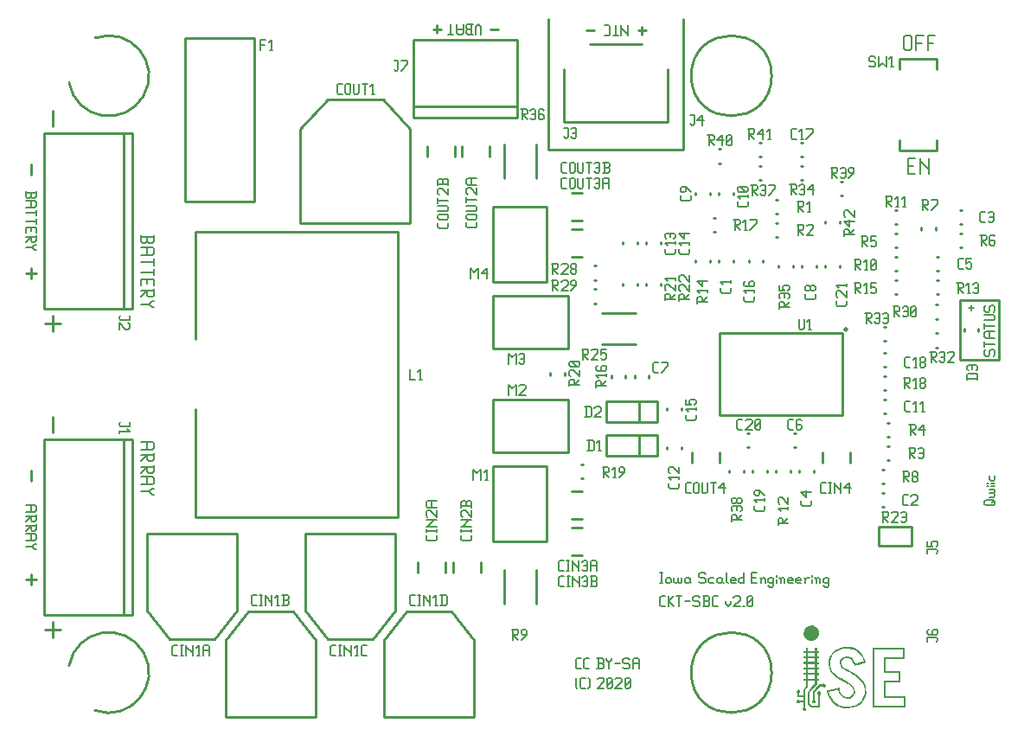
<source format=gbr>
G04 start of page 10 for group -4079 idx -4079 *
G04 Title: (unknown), topsilk *
G04 Creator: pcb 20140316 *
G04 CreationDate: Thu 02 Jul 2020 08:39:24 PM GMT UTC *
G04 For: railfan *
G04 Format: Gerber/RS-274X *
G04 PCB-Dimensions (mil): 4000.00 2950.00 *
G04 PCB-Coordinate-Origin: lower left *
%MOIN*%
%FSLAX25Y25*%
%LNTOPSILK*%
%ADD144C,0.0060*%
%ADD143C,0.0100*%
%ADD142C,0.0001*%
G54D142*G36*
X313000Y17709D02*X312604Y17980D01*
X312468Y18425D01*
X312522Y18740D01*
X312718Y18990D01*
X312848Y19104D01*
Y20986D01*
X312175D01*
X311698Y20981D01*
X311502Y20964D01*
X311410Y20840D01*
X311057Y20617D01*
X310629D01*
X310330Y20807D01*
X310146Y21100D01*
X310119Y21431D01*
X310227Y21724D01*
X310444Y21946D01*
X310759Y22066D01*
X311139Y22012D01*
X311448Y21773D01*
X311513Y21675D01*
X312181D01*
X312848Y21670D01*
Y23167D01*
X310515D01*
Y23900D01*
X310510Y24627D01*
X310412Y24697D01*
X310244Y24876D01*
X310135Y25093D01*
X310146Y25527D01*
X310330Y25815D01*
X310618Y25994D01*
X310954Y26026D01*
X311247Y25923D01*
X311470Y25701D01*
X311589Y25381D01*
X311535Y25006D01*
X311296Y24697D01*
X311199Y24627D01*
Y23851D01*
X312848D01*
Y26156D01*
X313314Y26748D01*
X313786Y27339D01*
Y29406D01*
X312875D01*
Y30193D01*
X317259D01*
Y31566D01*
X314443D01*
Y30193D01*
X313786D01*
Y31566D01*
X312875D01*
Y32325D01*
X313776D01*
Y33692D01*
X314459Y33719D01*
X314454Y33057D01*
X314448Y32586D01*
X314459Y32368D01*
X314524Y32358D01*
X314747Y32347D01*
X315181Y32341D01*
X315864Y32336D01*
X317259D01*
Y33719D01*
X314459D01*
X313776Y33692D01*
X312875D01*
Y34452D01*
X313786D01*
X314443Y34479D01*
X317259D01*
Y35852D01*
X314443D01*
Y34479D01*
X313786Y34452D01*
Y35824D01*
X312875D01*
Y36584D01*
X313776D01*
X313786Y37962D01*
X314443Y38005D01*
Y37327D01*
X314448Y36844D01*
X314465Y36627D01*
X314877Y36617D01*
X315864Y36611D01*
X317248D01*
X317253Y37300D01*
Y37316D01*
X317264Y38005D01*
X314443D01*
X313786Y37962D01*
X312875D01*
Y38722D01*
X313776D01*
Y40094D01*
X314459Y40148D01*
X314454Y39492D01*
X314448Y39015D01*
X314459Y38797D01*
X314524Y38787D01*
X314747Y38776D01*
X315181Y38770D01*
X315864Y38765D01*
X317264D01*
X317253Y39459D01*
X317248Y40148D01*
X314459D01*
X313776Y40094D01*
X312875D01*
Y40854D01*
X313786D01*
Y42096D01*
X314443D01*
Y40854D01*
X317259D01*
Y42096D01*
X317948D01*
Y40854D01*
X318859D01*
Y40094D01*
X317948D01*
Y38694D01*
X318859D01*
Y37935D01*
X317948D01*
Y36541D01*
X318859D01*
Y35781D01*
X317948D01*
Y34408D01*
X318859D01*
Y33649D01*
X317948D01*
Y32255D01*
X318859D01*
Y31495D01*
X317948D01*
Y30122D01*
X318859D01*
Y29336D01*
X317948D01*
X317942Y28750D01*
Y28158D01*
X316526Y26368D01*
X315105Y24583D01*
Y20574D01*
X316081Y19597D01*
X318501D01*
Y21719D01*
X318496Y22543D01*
Y23216D01*
X318490Y23672D01*
X318485Y23834D01*
X318360Y23927D01*
X318116Y24393D01*
X318251Y24909D01*
X318827Y25218D01*
X319429Y24947D01*
X319586Y24382D01*
X319288Y23872D01*
X319190Y23802D01*
Y18914D01*
X315799D01*
X314443Y20270D01*
Y24844D01*
X315853Y26623D01*
X317259Y28403D01*
Y29341D01*
X314443D01*
Y27003D01*
X313531Y25853D01*
Y19022D01*
X313597Y18990D01*
X313776Y18821D01*
X313906Y18588D01*
X313873Y18073D01*
X313526Y17693D01*
X313260Y17633D01*
X313000Y17644D01*
Y17709D01*
G37*
G36*
X328842Y18729D02*X327024Y19071D01*
X325440Y19793D01*
X324333Y20671D01*
X323389Y21778D01*
X322527Y23341D01*
X321881Y25196D01*
X321783Y25565D01*
X324203Y26081D01*
X325136Y26281D01*
X325912Y26444D01*
X326438Y26547D01*
X326639Y26580D01*
X326693Y26368D01*
X326742Y26118D01*
X326824Y25782D01*
X327187Y24757D01*
X327702Y23932D01*
X328348Y23324D01*
X329119Y22961D01*
X329357Y22918D01*
X329753Y22901D01*
X330144Y22918D01*
X330399Y22961D01*
X331419Y23547D01*
X331978Y24583D01*
X332032Y25212D01*
X331978Y25809D01*
X332580Y25983D01*
X332618Y24567D01*
X332260Y23617D01*
X331630Y22885D01*
X330773Y22424D01*
X329737Y22256D01*
X328408Y22559D01*
X327339Y23384D01*
X326547Y24627D01*
X326346Y25153D01*
X326200Y25657D01*
X326151Y25826D01*
X326102Y25842D01*
X325950Y25815D01*
X325592Y25739D01*
X325066Y25625D01*
X324436Y25489D01*
X323286Y25245D01*
X322749Y25126D01*
X322586Y25077D01*
Y25044D01*
X322635Y24860D01*
X322760Y24491D01*
X322906Y24084D01*
X323031Y23758D01*
X324029Y21979D01*
X325315Y20650D01*
X326889Y19782D01*
X328760Y19364D01*
X329156Y19353D01*
X329704D01*
X330252Y19369D01*
X330675Y19402D01*
X332005Y19657D01*
X333166Y20091D01*
X334066Y20623D01*
X334820Y21279D01*
X335423Y22060D01*
X335889Y22966D01*
X336117Y23661D01*
X336274Y24447D01*
X336323Y25402D01*
X336274Y26336D01*
X336047Y27323D01*
X335689Y28213D01*
X335168Y29032D01*
X334484Y29813D01*
X333784Y30459D01*
X332976Y31056D01*
X331902Y31717D01*
X330410Y32547D01*
X329265Y33182D01*
X328473Y33660D01*
X327920Y34061D01*
X327491Y34463D01*
X326943Y35249D01*
X326775Y36117D01*
X326921Y37159D01*
X327355Y37973D01*
X328060Y38537D01*
X329015Y38819D01*
X329596Y38836D01*
X330171Y38770D01*
X330941Y38477D01*
X331609Y37951D01*
X332184Y37186D01*
X332678Y36166D01*
X332764Y35966D01*
X332824Y35922D01*
X332987Y35971D01*
X333366Y36074D01*
X333876Y36226D01*
X334462Y36394D01*
X335038Y36562D01*
X335537Y36714D01*
X335895Y36817D01*
X336036Y36861D01*
X336009Y36985D01*
X335922Y37262D01*
X335797Y37604D01*
X335678Y37919D01*
X335000Y39134D01*
X334110Y40138D01*
X333036Y40913D01*
X331782Y41440D01*
X330025Y41743D01*
X328104Y41657D01*
X326357Y41196D01*
X324957Y40360D01*
X324257Y39633D01*
X323715Y38749D01*
X323346Y37723D01*
X323145Y36573D01*
X323118Y35797D01*
X323156Y35087D01*
X323395Y34105D01*
X323834Y33199D01*
X324474Y32358D01*
X325337Y31566D01*
X325879Y31159D01*
X326509Y30746D01*
X327312Y30269D01*
X328397Y29661D01*
X329124Y29260D01*
X329666Y28951D01*
X330090Y28696D01*
X330464Y28457D01*
X331896Y27247D01*
X332580Y25983D01*
X331978Y25809D01*
X331381Y26878D01*
X330122Y27925D01*
X329759Y28158D01*
X329352Y28403D01*
X328836Y28696D01*
X328142Y29075D01*
X326764Y29851D01*
X325749Y30480D01*
X324974Y31045D01*
X324317Y31625D01*
X323568Y32466D01*
X323031Y33350D01*
X322613Y34533D01*
X322483Y35846D01*
X322575Y37132D01*
X322868Y38331D01*
X323628Y39855D01*
X324789Y41038D01*
X326319Y41863D01*
X328191Y42302D01*
X329650Y42384D01*
X331034Y42259D01*
X332309Y41933D01*
X333448Y41407D01*
X334587Y40561D01*
X335526Y39476D01*
X336253Y38174D01*
X336746Y36671D01*
X336806Y36416D01*
X334604Y35776D01*
X333741Y35532D01*
X333036Y35331D01*
X332558Y35201D01*
X332379Y35157D01*
X332303Y35358D01*
X332075Y35960D01*
X331815Y36535D01*
X331055Y37604D01*
X330106Y38136D01*
X329471Y38201D01*
X328820Y38152D01*
X327963Y37680D01*
X327626Y37219D01*
X327442Y36622D01*
X327404Y36139D01*
X327442Y35727D01*
X327789Y35076D01*
X328516Y34408D01*
X328869Y34164D01*
X329308Y33888D01*
X329883Y33562D01*
X330654Y33139D01*
X331522Y32667D01*
X332205Y32282D01*
X332764Y31951D01*
X333242Y31642D01*
X334468Y30714D01*
X335434Y29726D01*
X336161Y28674D01*
X336649Y27534D01*
X336925Y26162D01*
X336931Y24730D01*
X336676Y23330D01*
X336166Y22066D01*
X335369Y20948D01*
X334327Y20037D01*
X333057Y19359D01*
X331592Y18914D01*
X330214Y18740D01*
X328842Y18735D01*
Y18729D01*
G37*
G36*
X339427Y30535D02*X340067Y30540D01*
X340061Y19641D01*
X351487D01*
Y22798D01*
X343713D01*
Y29319D01*
X349398D01*
Y32488D01*
X343713D01*
Y38271D01*
X351173D01*
Y41440D01*
X340078D01*
X340067Y30540D01*
X339427Y30535D01*
Y42064D01*
X351807D01*
Y37653D01*
X344347D01*
Y33133D01*
X350028D01*
Y28723D01*
X344364D01*
X344353Y26091D01*
X344347Y23460D01*
X352111D01*
Y19022D01*
X339427D01*
Y30535D01*
G37*
G36*
X316564Y20623D02*X316282Y20812D01*
X316103Y21100D01*
X316098Y21534D01*
X316325Y21887D01*
X316456Y21979D01*
X316467Y22440D01*
X316472Y23552D01*
Y25126D01*
X317568Y26504D01*
X318658Y27887D01*
X319988D01*
X320074Y28007D01*
X320302Y28202D01*
X320454Y28267D01*
X320660Y28278D01*
X320861Y28272D01*
X321013Y28202D01*
X321235Y28012D01*
X321371Y27768D01*
X321387Y27486D01*
X321322Y27214D01*
X321046Y26927D01*
X320660Y26813D01*
X320102Y27062D01*
X319977Y27198D01*
X318989D01*
X318072Y26043D01*
X317161Y24887D01*
Y21990D01*
X317264Y21919D01*
X317524Y21523D01*
X317492Y21024D01*
X317107Y20650D01*
X316564Y20617D01*
Y20623D01*
G37*
G36*
X315398Y44782D02*X314513Y45069D01*
X313748Y45628D01*
X313200Y46360D01*
X312913Y47223D01*
X312875Y47863D01*
X312956Y48482D01*
X313266Y49247D01*
X313786Y49898D01*
X314633Y50473D01*
X315604Y50716D01*
X316613Y50629D01*
X317557Y50202D01*
X318110Y49697D01*
X318534Y49079D01*
X318767Y48395D01*
X318837Y47668D01*
X318729Y46941D01*
X318463Y46268D01*
X318056Y45720D01*
X317541Y45275D01*
X316939Y44955D01*
X316288Y44782D01*
X315837Y44760D01*
X315398Y44782D01*
G37*
G54D143*X250500Y281500D02*Y278500D01*
X249000Y280000D02*X252000D01*
X229000D02*X232000D01*
G54D144*X377500Y174000D02*Y172000D01*
X376500Y173000D02*X378500D01*
G54D143*X373000Y176000D02*Y153000D01*
X388000Y176000D02*Y153000D01*
X373000D02*X388000D01*
X373000Y176000D02*X388000D01*
X192000Y280500D02*X195000D01*
X170000D02*X173000D01*
X171500Y282000D02*Y279000D01*
X15000Y228500D02*Y224500D01*
Y188500D02*Y184500D01*
Y110500D02*Y106500D01*
X13000Y186500D02*X17000D01*
X13000Y68500D02*X17000D01*
X15000Y70500D02*Y66500D01*
X20500Y49000D02*X26500D01*
X23500Y52000D02*Y46000D01*
Y125000D02*Y131000D01*
X20500Y167000D02*X26500D01*
X23500Y170000D02*Y164000D01*
Y243000D02*Y249000D01*
X29735Y259808D02*G75*G03X39699Y277065I15265J2692D01*G01*
X39699Y17935D02*G75*G03X29735Y35192I5301J14565D01*G01*
X269500Y262500D02*G75*G03X269500Y262500I15500J0D01*G01*
Y32500D02*G75*G03X269500Y32500I15500J0D01*G01*
G54D144*X245000Y282000D02*Y278000D01*
Y278500D02*Y278000D01*
Y278500D02*X242500Y281000D01*
Y282000D02*Y278000D01*
X239300D02*X241300D01*
X240300Y282000D02*Y278000D01*
X236100Y282000D02*X237600D01*
X238100Y281500D02*X237600Y282000D01*
X238100Y281500D02*Y278500D01*
X237600Y278000D01*
X236100D02*X237600D01*
X257957Y58000D02*X259457D01*
X257457Y58500D02*X257957Y58000D01*
X257457Y61500D02*Y58500D01*
Y61500D02*X257957Y62000D01*
X259457D01*
X260657D02*Y58000D01*
Y60000D02*X262657Y62000D01*
X260657Y60000D02*X262657Y58000D01*
X263857Y62000D02*X265857D01*
X264857D02*Y58000D01*
X267057Y60000D02*X269057D01*
X272257Y62000D02*X272757Y61500D01*
X270757Y62000D02*X272257D01*
X270257Y61500D02*X270757Y62000D01*
X270257Y61500D02*Y60500D01*
X270757Y60000D01*
X272257D01*
X272757Y59500D01*
Y58500D01*
X272257Y58000D02*X272757Y58500D01*
X270757Y58000D02*X272257D01*
X270257Y58500D02*X270757Y58000D01*
X273957D02*X275957D01*
X276457Y58500D01*
Y59500D02*Y58500D01*
X275957Y60000D02*X276457Y59500D01*
X274457Y60000D02*X275957D01*
X274457Y62000D02*Y58000D01*
X273957Y62000D02*X275957D01*
X276457Y61500D01*
Y60500D01*
X275957Y60000D02*X276457Y60500D01*
X278157Y58000D02*X279657D01*
X277657Y58500D02*X278157Y58000D01*
X277657Y61500D02*Y58500D01*
Y61500D02*X278157Y62000D01*
X279657D01*
X282657Y60000D02*Y59000D01*
X283657Y58000D01*
X284657Y59000D01*
Y60000D02*Y59000D01*
X285857Y61500D02*X286357Y62000D01*
X287857D01*
X288357Y61500D01*
Y60500D01*
X285857Y58000D02*X288357Y60500D01*
X285857Y58000D02*X288357D01*
X289557D02*X290057D01*
X291257Y58500D02*X291757Y58000D01*
X291257Y61500D02*Y58500D01*
Y61500D02*X291757Y62000D01*
X292757D01*
X293257Y61500D01*
Y58500D01*
X292757Y58000D02*X293257Y58500D01*
X291757Y58000D02*X292757D01*
X291257Y59000D02*X293257Y61000D01*
X257457Y71000D02*X258457D01*
X257957D02*Y67000D01*
X257457D02*X258457D01*
X259657Y68500D02*Y67500D01*
Y68500D02*X260157Y69000D01*
X261157D01*
X261657Y68500D01*
Y67500D01*
X261157Y67000D02*X261657Y67500D01*
X260157Y67000D02*X261157D01*
X259657Y67500D02*X260157Y67000D01*
X262857Y69000D02*Y67500D01*
X263357Y67000D01*
X263857D01*
X264357Y67500D01*
Y69000D02*Y67500D01*
X264857Y67000D01*
X265357D01*
X265857Y67500D01*
Y69000D02*Y67500D01*
X268557Y69000D02*X269057Y68500D01*
X267557Y69000D02*X268557D01*
X267057Y68500D02*X267557Y69000D01*
X267057Y68500D02*Y67500D01*
X267557Y67000D01*
X269057Y69000D02*Y67500D01*
X269557Y67000D01*
X267557D02*X268557D01*
X269057Y67500D01*
X274557Y71000D02*X275057Y70500D01*
X273057Y71000D02*X274557D01*
X272557Y70500D02*X273057Y71000D01*
X272557Y70500D02*Y69500D01*
X273057Y69000D01*
X274557D01*
X275057Y68500D01*
Y67500D01*
X274557Y67000D02*X275057Y67500D01*
X273057Y67000D02*X274557D01*
X272557Y67500D02*X273057Y67000D01*
X276757Y69000D02*X278257D01*
X276257Y68500D02*X276757Y69000D01*
X276257Y68500D02*Y67500D01*
X276757Y67000D01*
X278257D01*
X280957Y69000D02*X281457Y68500D01*
X279957Y69000D02*X280957D01*
X279457Y68500D02*X279957Y69000D01*
X279457Y68500D02*Y67500D01*
X279957Y67000D01*
X281457Y69000D02*Y67500D01*
X281957Y67000D01*
X279957D02*X280957D01*
X281457Y67500D01*
X283157Y71000D02*Y67500D01*
X283657Y67000D01*
X285157D02*X286657D01*
X284657Y67500D02*X285157Y67000D01*
X284657Y68500D02*Y67500D01*
Y68500D02*X285157Y69000D01*
X286157D01*
X286657Y68500D01*
X284657Y68000D02*X286657D01*
Y68500D02*Y68000D01*
X289857Y71000D02*Y67000D01*
X289357D02*X289857Y67500D01*
X288357Y67000D02*X289357D01*
X287857Y67500D02*X288357Y67000D01*
X287857Y68500D02*Y67500D01*
Y68500D02*X288357Y69000D01*
X289357D01*
X289857Y68500D01*
X292857Y69000D02*X294357D01*
X292857Y67000D02*X294857D01*
X292857Y71000D02*Y67000D01*
Y71000D02*X294857D01*
X296557Y68500D02*Y67000D01*
Y68500D02*X297057Y69000D01*
X297557D01*
X298057Y68500D01*
Y67000D01*
X296057Y69000D02*X296557Y68500D01*
X300757Y69000D02*X301257Y68500D01*
X299757Y69000D02*X300757D01*
X299257Y68500D02*X299757Y69000D01*
X299257Y68500D02*Y67500D01*
X299757Y67000D01*
X300757D01*
X301257Y67500D01*
X299257Y66000D02*X299757Y65500D01*
X300757D01*
X301257Y66000D01*
Y69000D02*Y66000D01*
X302457Y70000D02*Y69500D01*
Y68500D02*Y67000D01*
X303957Y68500D02*Y67000D01*
Y68500D02*X304457Y69000D01*
X304957D01*
X305457Y68500D01*
Y67000D01*
X303457Y69000D02*X303957Y68500D01*
X307157Y67000D02*X308657D01*
X306657Y67500D02*X307157Y67000D01*
X306657Y68500D02*Y67500D01*
Y68500D02*X307157Y69000D01*
X308157D01*
X308657Y68500D01*
X306657Y68000D02*X308657D01*
Y68500D02*Y68000D01*
X310357Y67000D02*X311857D01*
X309857Y67500D02*X310357Y67000D01*
X309857Y68500D02*Y67500D01*
Y68500D02*X310357Y69000D01*
X311357D01*
X311857Y68500D01*
X309857Y68000D02*X311857D01*
Y68500D02*Y68000D01*
X313557Y68500D02*Y67000D01*
Y68500D02*X314057Y69000D01*
X315057D01*
X313057D02*X313557Y68500D01*
X316257Y70000D02*Y69500D01*
Y68500D02*Y67000D01*
X317757Y68500D02*Y67000D01*
Y68500D02*X318257Y69000D01*
X318757D01*
X319257Y68500D01*
Y67000D01*
X317257Y69000D02*X317757Y68500D01*
X321957Y69000D02*X322457Y68500D01*
X320957Y69000D02*X321957D01*
X320457Y68500D02*X320957Y69000D01*
X320457Y68500D02*Y67500D01*
X320957Y67000D01*
X321957D01*
X322457Y67500D01*
X320457Y66000D02*X320957Y65500D01*
X321957D01*
X322457Y66000D01*
Y69000D02*Y66000D01*
X302970Y91440D02*Y89500D01*
Y91440D02*X303455Y91925D01*
X304425D01*
X304910Y91440D02*X304425Y91925D01*
X304910Y91440D02*Y89985D01*
X302970D02*X306850D01*
X304910D02*X306850Y91925D01*
Y96290D02*Y95320D01*
X302970Y95805D02*X306850D01*
X303940Y94835D02*X302970Y95805D01*
X303455Y97454D02*X302970Y97939D01*
Y99394D02*Y97939D01*
Y99394D02*X303455Y99879D01*
X304425D01*
X306850Y97454D02*X304425Y99879D01*
X306850D02*Y97454D01*
X188500Y281500D02*Y278500D01*
Y281500D02*X187500Y282500D01*
X186500Y281500D01*
Y278500D01*
X183300Y282500D02*X185300D01*
X183300D02*X182800Y282000D01*
Y281000D01*
X183300Y280500D02*X182800Y281000D01*
X183300Y280500D02*X184800D01*
Y282500D02*Y278500D01*
X183300D02*X185300D01*
X183300D02*X182800Y279000D01*
Y280000D02*Y279000D01*
X183300Y280500D02*X182800Y280000D01*
X181600Y282500D02*Y279000D01*
X181100Y278500D01*
X179600D02*X181100D01*
X179600D02*X179100Y279000D01*
Y282500D02*Y279000D01*
Y280500D02*X181600D01*
X175900Y278500D02*X177900D01*
X176900Y282500D02*Y278500D01*
X13000Y218000D02*Y216000D01*
X13500Y215500D01*
X14500D01*
X15000Y216000D02*X14500Y215500D01*
X15000Y217500D02*Y216000D01*
X13000Y217500D02*X17000D01*
Y218000D02*Y216000D01*
X16500Y215500D01*
X15500D02*X16500D01*
X15000Y216000D02*X15500Y215500D01*
X13000Y214300D02*X16500D01*
X17000Y213800D01*
Y212300D01*
X16500Y211800D01*
X13000D02*X16500D01*
X15000Y214300D02*Y211800D01*
X17000Y210600D02*Y208600D01*
X13000Y209600D02*X17000D01*
Y207400D02*Y205400D01*
X13000Y206400D02*X17000D01*
X15000Y204200D02*Y202700D01*
X13000Y204200D02*Y202200D01*
Y204200D02*X17000D01*
Y202200D01*
Y201000D02*Y199000D01*
X16500Y198500D01*
X15500D02*X16500D01*
X15000Y199000D02*X15500Y198500D01*
X15000Y200500D02*Y199000D01*
X13000Y200500D02*X17000D01*
X15000D02*X13000Y198500D01*
X16500Y197300D02*X17000D01*
X16500D02*X15500Y196300D01*
X16500Y195300D01*
X17000D01*
X13000Y196300D02*X15500D01*
X13000Y97000D02*X16500D01*
X17000Y96500D01*
Y95000D01*
X16500Y94500D01*
X13000D02*X16500D01*
X15000Y97000D02*Y94500D01*
X17000Y93300D02*Y91300D01*
X16500Y90800D01*
X15500D02*X16500D01*
X15000Y91300D02*X15500Y90800D01*
X15000Y92800D02*Y91300D01*
X13000Y92800D02*X17000D01*
X15000D02*X13000Y90800D01*
X17000Y89600D02*Y87600D01*
X16500Y87100D01*
X15500D02*X16500D01*
X15000Y87600D02*X15500Y87100D01*
X15000Y89100D02*Y87600D01*
X13000Y89100D02*X17000D01*
X15000D02*X13000Y87100D01*
Y85900D02*X16500D01*
X17000Y85400D01*
Y83900D01*
X16500Y83400D01*
X13000D02*X16500D01*
X15000Y85900D02*Y83400D01*
X16500Y82200D02*X17000D01*
X16500D02*X15500Y81200D01*
X16500Y80200D01*
X17000D01*
X13000Y81200D02*X15500D01*
X57400Y201000D02*Y198560D01*
X58010Y197950D01*
X59230D01*
X59840Y198560D02*X59230Y197950D01*
X59840Y200390D02*Y198560D01*
X57400Y200390D02*X62280D01*
Y201000D02*Y198560D01*
X61670Y197950D01*
X60450D02*X61670D01*
X59840Y198560D02*X60450Y197950D01*
X57400Y196486D02*X61670D01*
X62280Y195876D01*
Y194046D01*
X61670Y193436D01*
X57400D02*X61670D01*
X59840Y196486D02*Y193436D01*
X62280Y191972D02*Y189532D01*
X57400Y190752D02*X62280D01*
Y188068D02*Y185628D01*
X57400Y186848D02*X62280D01*
X59840Y184164D02*Y182334D01*
X57400Y184164D02*Y181724D01*
Y184164D02*X62280D01*
Y181724D01*
Y180260D02*Y177820D01*
X61670Y177210D01*
X60450D02*X61670D01*
X59840Y177820D02*X60450Y177210D01*
X59840Y179650D02*Y177820D01*
X57400Y179650D02*X62280D01*
X59840D02*X57400Y177210D01*
X61670Y175746D02*X62280D01*
X61670D02*X60450Y174526D01*
X61670Y173306D01*
X62280D01*
X57400Y174526D02*X60450D01*
X57400Y121500D02*X61670D01*
X62280Y120890D01*
Y119060D01*
X61670Y118450D01*
X57400D02*X61670D01*
X59840Y121500D02*Y118450D01*
X62280Y116986D02*Y114546D01*
X61670Y113936D01*
X60450D02*X61670D01*
X59840Y114546D02*X60450Y113936D01*
X59840Y116376D02*Y114546D01*
X57400Y116376D02*X62280D01*
X59840D02*X57400Y113936D01*
X62280Y112472D02*Y110032D01*
X61670Y109422D01*
X60450D02*X61670D01*
X59840Y110032D02*X60450Y109422D01*
X59840Y111862D02*Y110032D01*
X57400Y111862D02*X62280D01*
X59840D02*X57400Y109422D01*
Y107958D02*X61670D01*
X62280Y107348D01*
Y105518D01*
X61670Y104908D01*
X57400D02*X61670D01*
X59840Y107958D02*Y104908D01*
X61670Y103444D02*X62280D01*
X61670D02*X60450Y102224D01*
X61670Y101004D01*
X62280D01*
X57400Y102224D02*X60450D01*
X383000Y97000D02*X386000D01*
X383000D02*X382500Y97500D01*
Y98500D02*Y97500D01*
Y98500D02*X383000Y99000D01*
X386000D01*
X386500Y98500D02*X386000Y99000D01*
X386500Y98500D02*Y97500D01*
X386000Y97000D02*X386500Y97500D01*
X385500Y98000D02*X386500Y99000D01*
X384500Y100200D02*X386000D01*
X386500Y100700D01*
Y101200D02*Y100700D01*
Y101200D02*X386000Y101700D01*
X384500D02*X386000D01*
X386500Y102200D01*
Y102700D02*Y102200D01*
Y102700D02*X386000Y103200D01*
X384500D02*X386000D01*
X383500Y104400D02*X384000D01*
X385000D02*X386500D01*
X383500Y105400D02*X384000D01*
X385000D02*X386500D01*
X384500Y108400D02*Y106900D01*
X385000Y106400D02*X384500Y106900D01*
X385000Y106400D02*X386000D01*
X386500Y106900D01*
Y108400D02*Y106900D01*
X382500Y156500D02*X383000Y157000D01*
X382500Y156500D02*Y155000D01*
X383000Y154500D02*X382500Y155000D01*
X383000Y154500D02*X384000D01*
X384500Y155000D01*
Y156500D02*Y155000D01*
Y156500D02*X385000Y157000D01*
X386000D01*
X386500Y156500D02*X386000Y157000D01*
X386500Y156500D02*Y155000D01*
X386000Y154500D02*X386500Y155000D01*
X382500Y160200D02*Y158200D01*
Y159200D02*X386500D01*
X383000Y161400D02*X386500D01*
X383000D02*X382500Y161900D01*
Y163400D02*Y161900D01*
Y163400D02*X383000Y163900D01*
X386500D01*
X384500D02*Y161400D01*
X382500Y167100D02*Y165100D01*
Y166100D02*X386500D01*
X382500Y168300D02*X386000D01*
X386500Y168800D01*
Y169800D02*Y168800D01*
Y169800D02*X386000Y170300D01*
X382500D02*X386000D01*
X382500Y173500D02*X383000Y174000D01*
X382500Y173500D02*Y172000D01*
X383000Y171500D02*X382500Y172000D01*
X383000Y171500D02*X384000D01*
X384500Y172000D01*
Y173500D02*Y172000D01*
Y173500D02*X385000Y174000D01*
X386000D01*
X386500Y173500D02*X386000Y174000D01*
X386500Y173500D02*Y172000D01*
X386000Y171500D02*X386500Y172000D01*
X353000Y227680D02*X355160D01*
X353000Y224800D02*X355880D01*
X353000Y230560D02*Y224800D01*
Y230560D02*X355880D01*
X357608D02*Y224800D01*
Y230560D02*Y229840D01*
X361208Y226240D01*
Y230560D02*Y224800D01*
X351500Y277340D02*Y273020D01*
Y277340D02*X352220Y278060D01*
X353660D01*
X354380Y277340D01*
Y273020D01*
X353660Y272300D02*X354380Y273020D01*
X352220Y272300D02*X353660D01*
X351500Y273020D02*X352220Y272300D01*
X356108Y278060D02*Y272300D01*
Y278060D02*X358988D01*
X356108Y275180D02*X358268D01*
X360716Y278060D02*Y272300D01*
Y278060D02*X363596D01*
X360716Y275180D02*X362876D01*
X225457Y34000D02*X226957D01*
X224957Y34500D02*X225457Y34000D01*
X224957Y37500D02*Y34500D01*
Y37500D02*X225457Y38000D01*
X226957D01*
X228657Y34000D02*X230157D01*
X228157Y34500D02*X228657Y34000D01*
X228157Y37500D02*Y34500D01*
Y37500D02*X228657Y38000D01*
X230157D01*
X233157Y34000D02*X235157D01*
X235657Y34500D01*
Y35500D02*Y34500D01*
X235157Y36000D02*X235657Y35500D01*
X233657Y36000D02*X235157D01*
X233657Y38000D02*Y34000D01*
X233157Y38000D02*X235157D01*
X235657Y37500D01*
Y36500D01*
X235157Y36000D02*X235657Y36500D01*
X236857Y38000D02*Y37500D01*
X237857Y36500D01*
X238857Y37500D01*
Y38000D02*Y37500D01*
X237857Y36500D02*Y34000D01*
X240057Y36000D02*X242057D01*
X245257Y38000D02*X245757Y37500D01*
X243757Y38000D02*X245257D01*
X243257Y37500D02*X243757Y38000D01*
X243257Y37500D02*Y36500D01*
X243757Y36000D01*
X245257D01*
X245757Y35500D01*
Y34500D01*
X245257Y34000D02*X245757Y34500D01*
X243757Y34000D02*X245257D01*
X243257Y34500D02*X243757Y34000D01*
X246957Y37500D02*Y34000D01*
Y37500D02*X247457Y38000D01*
X248957D01*
X249457Y37500D01*
Y34000D01*
X246957Y36000D02*X249457D01*
X224957Y27000D02*X225457Y26500D01*
X224957Y30000D02*X225457Y30500D01*
X224957Y30000D02*Y27000D01*
X227157Y26500D02*X228657D01*
X226657Y27000D02*X227157Y26500D01*
X226657Y30000D02*Y27000D01*
Y30000D02*X227157Y30500D01*
X228657D01*
X229857D02*X230357Y30000D01*
Y27000D01*
X229857Y26500D02*X230357Y27000D01*
X233357Y30000D02*X233857Y30500D01*
X235357D01*
X235857Y30000D01*
Y29000D01*
X233357Y26500D02*X235857Y29000D01*
X233357Y26500D02*X235857D01*
X237057Y27000D02*X237557Y26500D01*
X237057Y30000D02*Y27000D01*
Y30000D02*X237557Y30500D01*
X238557D01*
X239057Y30000D01*
Y27000D01*
X238557Y26500D02*X239057Y27000D01*
X237557Y26500D02*X238557D01*
X237057Y27500D02*X239057Y29500D01*
X240257Y30000D02*X240757Y30500D01*
X242257D01*
X242757Y30000D01*
Y29000D01*
X240257Y26500D02*X242757Y29000D01*
X240257Y26500D02*X242757D01*
X243957Y27000D02*X244457Y26500D01*
X243957Y30000D02*Y27000D01*
Y30000D02*X244457Y30500D01*
X245457D01*
X245957Y30000D01*
Y27000D01*
X245457Y26500D02*X245957Y27000D01*
X244457Y26500D02*X245457D01*
X243957Y27500D02*X245957Y29500D01*
G54D143*X192933Y177736D02*Y157264D01*
Y177736D02*X222067D01*
Y157264D01*
X192933D02*X222067D01*
X193264Y212067D02*X213736D01*
Y182933D01*
X193264D02*X213736D01*
X193264Y212067D02*Y182933D01*
X223532Y217314D02*X227468D01*
X223532Y206686D02*X227468D01*
X223532Y203314D02*X227468D01*
X223532Y192686D02*X227468D01*
X232107Y183745D02*X232893D01*
X232107Y189255D02*X232893D01*
X232107Y174745D02*X232893D01*
X232107Y180255D02*X232893D01*
X243245Y182393D02*Y181607D01*
X248755Y182393D02*Y181607D01*
X243245Y198393D02*Y197607D01*
X248755Y198393D02*Y197607D01*
X252245Y182393D02*Y181607D01*
X257755Y182393D02*Y181607D01*
X252245Y198393D02*Y197607D01*
X257755Y198393D02*Y197607D01*
X235000Y158900D02*X248000D01*
X235000Y171100D02*X248000D01*
X230500Y274800D02*X250500D01*
X220500Y244800D02*X260500D01*
Y265000D02*Y244800D01*
X220500Y265000D02*Y244800D01*
X214500Y284500D02*Y234200D01*
X266500Y284500D02*Y234200D01*
X214500D02*X266500D01*
X197400Y236000D02*Y223000D01*
X209600Y236000D02*Y223000D01*
X178314Y235468D02*Y231532D01*
X167686Y235468D02*Y231532D01*
X191814Y235468D02*Y231532D01*
X181186Y235468D02*Y231532D01*
X311607Y222245D02*X312393D01*
X311607Y227755D02*X312393D01*
X311607Y231245D02*X312393D01*
X311607Y236755D02*X312393D01*
X302107Y214755D02*X302893D01*
X302107Y209245D02*X302893D01*
X295607Y222245D02*X296393D01*
X295607Y227755D02*X296393D01*
X295607Y231245D02*X296393D01*
X295607Y236755D02*X296393D01*
X280245Y217393D02*Y216607D01*
X285755Y217393D02*Y216607D01*
X271245Y217393D02*Y216607D01*
X276755Y217393D02*Y216607D01*
X280107Y228745D02*X280893D01*
X280107Y234255D02*X280893D01*
X260245Y134393D02*Y133607D01*
X265755Y134393D02*Y133607D01*
X253255Y146893D02*Y146107D01*
X247745Y146893D02*Y146107D01*
X244255Y146893D02*Y146107D01*
X238745Y146893D02*Y146107D01*
X260245Y119436D02*Y118650D01*
X265755Y119436D02*Y118650D01*
X280314Y117468D02*Y113532D01*
X269686Y117468D02*Y113532D01*
X316755Y110393D02*Y109607D01*
X311245Y110393D02*Y109607D01*
X307755Y110393D02*Y109607D01*
X302245Y110393D02*Y109607D01*
X309107Y119245D02*X309893D01*
X309107Y124755D02*X309893D01*
X298755Y110393D02*Y109607D01*
X293245Y110393D02*Y109607D01*
X289755Y110393D02*Y109607D01*
X284245Y110393D02*Y109607D01*
X291107Y119245D02*X291893D01*
X291107Y124755D02*X291893D01*
X327622Y163248D02*Y131752D01*
X280378D02*X327622D01*
X280378Y163248D02*Y131752D01*
Y163248D02*X327622D01*
X329122Y165248D02*G75*G03X329122Y165248I0J-500D01*G01*
X330814Y117468D02*Y113532D01*
X320186Y117468D02*Y113532D01*
X345107Y119755D02*X345893D01*
X345107Y114245D02*X345893D01*
X345107Y123245D02*X345893D01*
X345107Y128755D02*X345893D01*
X343107Y105245D02*X343893D01*
X343107Y110755D02*X343893D01*
X343107Y101755D02*X343893D01*
X343107Y96245D02*X343893D01*
X341701Y81259D02*X354299D01*
X341701Y88741D02*Y81259D01*
Y88741D02*X354299D01*
Y81259D01*
X280245Y191393D02*Y190607D01*
X285755Y191393D02*Y190607D01*
X276755Y191393D02*Y190607D01*
X271245Y191393D02*Y190607D01*
X278107Y207755D02*X278893D01*
X278107Y202245D02*X278893D01*
X302107Y200245D02*X302893D01*
X302107Y205755D02*X302893D01*
X312245Y189393D02*Y188607D01*
X317755Y189393D02*Y188607D01*
X308755Y189393D02*Y188607D01*
X303245Y189393D02*Y188607D01*
X291745Y191393D02*Y190607D01*
X297255Y191393D02*Y190607D01*
X321245Y189393D02*Y188607D01*
X326755Y189393D02*Y188607D01*
X321245Y206393D02*Y205607D01*
X326755Y206393D02*Y205607D01*
X327107Y216245D02*X327893D01*
X327107Y221755D02*X327893D01*
X343607Y146755D02*X344393D01*
X343607Y141245D02*X344393D01*
X343607Y137755D02*X344393D01*
X343607Y132245D02*X344393D01*
X343607Y150245D02*X344393D01*
X343607Y155755D02*X344393D01*
X343607Y160245D02*X344393D01*
X343607Y165755D02*X344393D01*
X348107Y178245D02*X348893D01*
X348107Y183755D02*X348893D01*
X348107Y187245D02*X348893D01*
X348107Y192755D02*X348893D01*
X364107Y178245D02*X364893D01*
X364107Y183755D02*X364893D01*
X374745Y164893D02*Y164107D01*
X380255Y164893D02*Y164107D01*
X363607Y168745D02*X364393D01*
X363607Y174255D02*X364393D01*
X363607Y157745D02*X364393D01*
X363607Y163255D02*X364393D01*
X364107Y192755D02*X364893D01*
X364107Y187245D02*X364893D01*
X358245Y203893D02*Y203107D01*
X363755Y203893D02*Y203107D01*
X348107Y205245D02*X348893D01*
X348107Y210755D02*X348893D01*
X373107D02*X373893D01*
X373107Y205245D02*X373893D01*
X373107Y196245D02*X373893D01*
X373107Y201755D02*X373893D01*
X348107Y196245D02*X348893D01*
X348107Y201755D02*X348893D01*
X349900Y233800D02*X364100D01*
X349900Y237800D02*Y233800D01*
X364100Y237800D02*Y233800D01*
X349900Y269200D02*X364100D01*
X349900D02*Y265200D01*
X364100Y269200D02*Y265200D01*
X100950Y277000D02*Y214000D01*
X74450D02*X100950D01*
X74450Y277000D02*Y214000D01*
Y277000D02*X100950D01*
X20102Y240437D02*X53961D01*
Y172563D01*
X50811Y240437D02*Y172563D01*
X53961D02*X20102D01*
Y240437D01*
X78500Y134000D02*Y92500D01*
X156500D01*
Y202500D02*Y92500D01*
X78500Y202500D02*X156500D01*
X78500D02*Y161000D01*
X150600Y253300D02*X161200Y242100D01*
Y205800D01*
X118800D02*X161200D01*
X118800Y242100D02*Y205800D01*
Y242100D02*X129400Y253300D01*
X150600D01*
X162500Y276300D02*X202500D01*
X162500Y246300D02*X202500D01*
X162500Y250700D02*X202500D01*
Y276300D02*Y246300D01*
X162500Y276300D02*Y246300D01*
X116100Y56100D02*X124800Y45200D01*
Y15300D01*
X90200D02*X124800D01*
X90200Y45200D02*Y15300D01*
Y45200D02*X98900Y56100D01*
X116100D01*
X177100D02*X185800Y45200D01*
Y15300D01*
X151200D02*X185800D01*
X151200Y45200D02*Y15300D01*
Y45200D02*X159900Y56100D01*
X177100D01*
X20102Y122437D02*X53961D01*
Y54563D01*
X50811Y122437D02*Y54563D01*
X53961D02*X20102D01*
Y122437D01*
X129400Y45400D02*X120700Y56300D01*
Y86200D02*Y56300D01*
Y86200D02*X155300D01*
Y56300D01*
X146600Y45400D01*
X129400D02*X146600D01*
X68400D02*X59700Y56300D01*
Y86200D02*Y56300D01*
Y86200D02*X94300D01*
Y56300D01*
X85600Y45400D01*
X68400D02*X85600D01*
X193264Y82933D02*X213736D01*
X193264Y112067D02*Y82933D01*
Y112067D02*X213736D01*
Y82933D01*
X192933Y137736D02*Y117264D01*
Y137736D02*X222067D01*
Y117264D01*
X192933D02*X222067D01*
X223532Y102314D02*X227468D01*
X223532Y91686D02*X227468D01*
X223532Y88314D02*X227468D01*
X223532Y77686D02*X227468D01*
X197400Y72000D02*Y59000D01*
X209600Y72000D02*Y59000D01*
X177686Y74968D02*Y71032D01*
X188314Y74968D02*Y71032D01*
X164186Y74968D02*Y71032D01*
X174814Y74968D02*Y71032D01*
X215245Y147893D02*Y147107D01*
X220755Y147893D02*Y147107D01*
X227107Y112755D02*X227893D01*
X227107Y107245D02*X227893D01*
X236600Y137000D02*X256300D01*
X236600Y129000D02*X256300D01*
Y137000D02*Y129000D01*
X236600Y137000D02*Y129000D01*
X249500Y137000D02*Y129000D01*
X236600Y124000D02*X256300D01*
X236600Y116000D02*X256300D01*
Y124000D02*Y116000D01*
X236600Y124000D02*Y116000D01*
X249500Y124000D02*Y116000D01*
G54D144*X218945Y65650D02*X220445D01*
X218445Y66150D02*X218945Y65650D01*
X218445Y69150D02*Y66150D01*
Y69150D02*X218945Y69650D01*
X220445D01*
X221645D02*X222645D01*
X222145D02*Y65650D01*
X221645D02*X222645D01*
X223845Y69650D02*Y65650D01*
Y69650D02*Y69150D01*
X226345Y66650D01*
Y69650D02*Y65650D01*
X227545Y69150D02*X228045Y69650D01*
X229045D01*
X229545Y69150D01*
Y66150D01*
X229045Y65650D02*X229545Y66150D01*
X228045Y65650D02*X229045D01*
X227545Y66150D02*X228045Y65650D01*
Y67650D02*X229545D01*
X230745Y65650D02*X232745D01*
X233245Y66150D01*
Y67150D02*Y66150D01*
X232745Y67650D02*X233245Y67150D01*
X231245Y67650D02*X232745D01*
X231245Y69650D02*Y65650D01*
X230745Y69650D02*X232745D01*
X233245Y69150D01*
Y68150D01*
X232745Y67650D02*X233245Y68150D01*
X218850Y71650D02*X220350D01*
X218350Y72150D02*X218850Y71650D01*
X218350Y75150D02*Y72150D01*
Y75150D02*X218850Y75650D01*
X220350D01*
X221550D02*X222550D01*
X222050D02*Y71650D01*
X221550D02*X222550D01*
X223750Y75650D02*Y71650D01*
Y75650D02*Y75150D01*
X226250Y72650D01*
Y75650D02*Y71650D01*
X227450Y75150D02*X227950Y75650D01*
X228950D01*
X229450Y75150D01*
Y72150D01*
X228950Y71650D02*X229450Y72150D01*
X227950Y71650D02*X228950D01*
X227450Y72150D02*X227950Y71650D01*
Y73650D02*X229450D01*
X230650Y75150D02*Y71650D01*
Y75150D02*X231150Y75650D01*
X232650D01*
X233150Y75150D01*
Y71650D01*
X230650Y73650D02*X233150D01*
X200350Y49150D02*X202350D01*
X202850Y48650D01*
Y47650D01*
X202350Y47150D02*X202850Y47650D01*
X200850Y47150D02*X202350D01*
X200850Y49150D02*Y45150D01*
Y47150D02*X202850Y45150D01*
X204050D02*X206050Y47150D01*
Y48650D02*Y47150D01*
X205550Y49150D02*X206050Y48650D01*
X204550Y49150D02*X205550D01*
X204050Y48650D02*X204550Y49150D01*
X204050Y48650D02*Y47650D01*
X204550Y47150D01*
X206050D01*
X219945Y225150D02*X221445D01*
X219445Y225650D02*X219945Y225150D01*
X219445Y228650D02*Y225650D01*
Y228650D02*X219945Y229150D01*
X221445D01*
X222645Y228650D02*Y225650D01*
Y228650D02*X223145Y229150D01*
X224145D01*
X224645Y228650D01*
Y225650D01*
X224145Y225150D02*X224645Y225650D01*
X223145Y225150D02*X224145D01*
X222645Y225650D02*X223145Y225150D01*
X225845Y229150D02*Y225650D01*
X226345Y225150D01*
X227345D01*
X227845Y225650D01*
Y229150D02*Y225650D01*
X229045Y229150D02*X231045D01*
X230045D02*Y225150D01*
X232245Y228650D02*X232745Y229150D01*
X233745D01*
X234245Y228650D01*
Y225650D01*
X233745Y225150D02*X234245Y225650D01*
X232745Y225150D02*X233745D01*
X232245Y225650D02*X232745Y225150D01*
Y227150D02*X234245D01*
X235445Y225150D02*X237445D01*
X237945Y225650D01*
Y226650D02*Y225650D01*
X237445Y227150D02*X237945Y226650D01*
X235945Y227150D02*X237445D01*
X235945Y229150D02*Y225150D01*
X235445Y229150D02*X237445D01*
X237945Y228650D01*
Y227650D01*
X237445Y227150D02*X237945Y227650D01*
X219902Y219150D02*X221402D01*
X219402Y219650D02*X219902Y219150D01*
X219402Y222650D02*Y219650D01*
Y222650D02*X219902Y223150D01*
X221402D01*
X222602Y222650D02*Y219650D01*
Y222650D02*X223102Y223150D01*
X224102D01*
X224602Y222650D01*
Y219650D01*
X224102Y219150D02*X224602Y219650D01*
X223102Y219150D02*X224102D01*
X222602Y219650D02*X223102Y219150D01*
X225802Y223150D02*Y219650D01*
X226302Y219150D01*
X227302D01*
X227802Y219650D01*
Y223150D02*Y219650D01*
X229002Y223150D02*X231002D01*
X230002D02*Y219150D01*
X232202Y222650D02*X232702Y223150D01*
X233702D01*
X234202Y222650D01*
Y219650D01*
X233702Y219150D02*X234202Y219650D01*
X232702Y219150D02*X233702D01*
X232202Y219650D02*X232702Y219150D01*
Y221150D02*X234202D01*
X235402Y222650D02*Y219150D01*
Y222650D02*X235902Y223150D01*
X237402D01*
X237902Y222650D01*
Y219150D01*
X235402Y221150D02*X237902D01*
X235307Y111650D02*X237307D01*
X237807Y111150D01*
Y110150D01*
X237307Y109650D02*X237807Y110150D01*
X235807Y109650D02*X237307D01*
X235807Y111650D02*Y107650D01*
Y109650D02*X237807Y107650D01*
X239507D02*X240507D01*
X240007Y111650D02*Y107650D01*
X239007Y110650D02*X240007Y111650D01*
X241707Y107650D02*X243707Y109650D01*
Y111150D02*Y109650D01*
X243207Y111650D02*X243707Y111150D01*
X242207Y111650D02*X243207D01*
X241707Y111150D02*X242207Y111650D01*
X241707Y111150D02*Y110150D01*
X242207Y109650D01*
X243707D01*
X229000Y135000D02*Y131000D01*
X230500Y135000D02*X231000Y134500D01*
Y131500D01*
X230500Y131000D02*X231000Y131500D01*
X228500Y131000D02*X230500D01*
X228500Y135000D02*X230500D01*
X232200Y134500D02*X232700Y135000D01*
X234200D01*
X234700Y134500D01*
Y133500D01*
X232200Y131000D02*X234700Y133500D01*
X232200Y131000D02*X234700D01*
X230000Y122000D02*Y118000D01*
X231500Y122000D02*X232000Y121500D01*
Y118500D01*
X231500Y118000D02*X232000Y118500D01*
X229500Y118000D02*X231500D01*
X229500Y122000D02*X231500D01*
X233700Y118000D02*X234700D01*
X234200Y122000D02*Y118000D01*
X233200Y121000D02*X234200Y122000D01*
X271350Y131850D02*Y130350D01*
X270850Y129850D02*X271350Y130350D01*
X267850Y129850D02*X270850D01*
X267850D02*X267350Y130350D01*
Y131850D02*Y130350D01*
X271350Y134550D02*Y133550D01*
X267350Y134050D02*X271350D01*
X268350Y133050D02*X267350Y134050D01*
Y137750D02*Y135750D01*
X269350D01*
X268850Y136250D01*
Y137250D02*Y136250D01*
Y137250D02*X269350Y137750D01*
X270850D01*
X271350Y137250D02*X270850Y137750D01*
X271350Y137250D02*Y136250D01*
X270850Y135750D02*X271350Y136250D01*
X307350Y126150D02*X308850D01*
X306850Y126650D02*X307350Y126150D01*
X306850Y129650D02*Y126650D01*
Y129650D02*X307350Y130150D01*
X308850D01*
X311550D02*X312050Y129650D01*
X310550Y130150D02*X311550D01*
X310050Y129650D02*X310550Y130150D01*
X310050Y129650D02*Y126650D01*
X310550Y126150D01*
X311550Y128150D02*X312050Y127650D01*
X310050Y128150D02*X311550D01*
X310550Y126150D02*X311550D01*
X312050Y126650D01*
Y127650D02*Y126650D01*
X287764Y126150D02*X289264D01*
X287264Y126650D02*X287764Y126150D01*
X287264Y129650D02*Y126650D01*
Y129650D02*X287764Y130150D01*
X289264D01*
X290464Y129650D02*X290964Y130150D01*
X292464D01*
X292964Y129650D01*
Y128650D01*
X290464Y126150D02*X292964Y128650D01*
X290464Y126150D02*X292964D01*
X294164Y126650D02*X294664Y126150D01*
X294164Y129650D02*Y126650D01*
Y129650D02*X294664Y130150D01*
X295664D01*
X296164Y129650D01*
Y126650D01*
X295664Y126150D02*X296164Y126650D01*
X294664Y126150D02*X295664D01*
X294164Y127150D02*X296164Y129150D01*
X264850Y105393D02*Y103893D01*
X264350Y103393D02*X264850Y103893D01*
X261350Y103393D02*X264350D01*
X261350D02*X260850Y103893D01*
Y105393D02*Y103893D01*
X264850Y108093D02*Y107093D01*
X260850Y107593D02*X264850D01*
X261850Y106593D02*X260850Y107593D01*
X261350Y109293D02*X260850Y109793D01*
Y111293D02*Y109793D01*
Y111293D02*X261350Y111793D01*
X262350D01*
X264850Y109293D02*X262350Y111793D01*
X264850D02*Y109293D01*
X267850Y101650D02*X269350D01*
X267350Y102150D02*X267850Y101650D01*
X267350Y105150D02*Y102150D01*
Y105150D02*X267850Y105650D01*
X269350D01*
X270550Y105150D02*Y102150D01*
Y105150D02*X271050Y105650D01*
X272050D01*
X272550Y105150D01*
Y102150D01*
X272050Y101650D02*X272550Y102150D01*
X271050Y101650D02*X272050D01*
X270550Y102150D02*X271050Y101650D01*
X273750Y105650D02*Y102150D01*
X274250Y101650D01*
X275250D01*
X275750Y102150D01*
Y105650D02*Y102150D01*
X276950Y105650D02*X278950D01*
X277950D02*Y101650D01*
X280150Y103650D02*X282150Y105650D01*
X280150Y103650D02*X282650D01*
X282150Y105650D02*Y101650D01*
X315850Y98850D02*Y97350D01*
X315350Y96850D02*X315850Y97350D01*
X312350Y96850D02*X315350D01*
X312350D02*X311850Y97350D01*
Y98850D02*Y97350D01*
X313850Y100050D02*X311850Y102050D01*
X313850Y102550D02*Y100050D01*
X311850Y102050D02*X315850D01*
X297850Y96850D02*Y95350D01*
X297350Y94850D02*X297850Y95350D01*
X294350Y94850D02*X297350D01*
X294350D02*X293850Y95350D01*
Y96850D02*Y95350D01*
X297850Y99550D02*Y98550D01*
X293850Y99050D02*X297850D01*
X294850Y98050D02*X293850Y99050D01*
X297850Y100750D02*X295850Y102750D01*
X294350D02*X295850D01*
X293850Y102250D02*X294350Y102750D01*
X293850Y102250D02*Y101250D01*
X294350Y100750D02*X293850Y101250D01*
X294350Y100750D02*X295350D01*
X295850Y101250D01*
Y102750D02*Y101250D01*
X284936Y92850D02*Y90850D01*
Y92850D02*X285436Y93350D01*
X286436D01*
X286936Y92850D02*X286436Y93350D01*
X286936Y92850D02*Y91350D01*
X284936D02*X288936D01*
X286936D02*X288936Y93350D01*
X285436Y94550D02*X284936Y95050D01*
Y96050D02*Y95050D01*
Y96050D02*X285436Y96550D01*
X288436D01*
X288936Y96050D02*X288436Y96550D01*
X288936Y96050D02*Y95050D01*
X288436Y94550D02*X288936Y95050D01*
X286936Y96550D02*Y95050D01*
X288436Y97750D02*X288936Y98250D01*
X287436Y97750D02*X288436D01*
X287436D02*X286936Y98250D01*
Y99250D02*Y98250D01*
Y99250D02*X287436Y99750D01*
X288436D01*
X288936Y99250D02*X288436Y99750D01*
X288936Y99250D02*Y98250D01*
X286436Y97750D02*X286936Y98250D01*
X285436Y97750D02*X286436D01*
X285436D02*X284936Y98250D01*
Y99250D02*Y98250D01*
Y99250D02*X285436Y99750D01*
X286436D01*
X286936Y99250D02*X286436Y99750D01*
X319850Y101650D02*X321350D01*
X319350Y102150D02*X319850Y101650D01*
X319350Y105150D02*Y102150D01*
Y105150D02*X319850Y105650D01*
X321350D01*
X322550D02*X323550D01*
X323050D02*Y101650D01*
X322550D02*X323550D01*
X324750Y105650D02*Y101650D01*
Y105650D02*Y105150D01*
X327250Y102650D01*
Y105650D02*Y101650D01*
X328450Y103650D02*X330450Y105650D01*
X328450Y103650D02*X330950D01*
X330450Y105650D02*Y101650D01*
X255350Y148150D02*X256850D01*
X254850Y148650D02*X255350Y148150D01*
X254850Y151650D02*Y148650D01*
Y151650D02*X255350Y152150D01*
X256850D01*
X258050Y148150D02*X260550Y150650D01*
Y152150D02*Y150650D01*
X258050Y152150D02*X260550D01*
X232850Y144436D02*Y142436D01*
Y144436D02*X233350Y144936D01*
X234350D01*
X234850Y144436D02*X234350Y144936D01*
X234850Y144436D02*Y142936D01*
X232850D02*X236850D01*
X234850D02*X236850Y144936D01*
Y147636D02*Y146636D01*
X232850Y147136D02*X236850D01*
X233850Y146136D02*X232850Y147136D01*
Y150336D02*X233350Y150836D01*
X232850Y150336D02*Y149336D01*
X233350Y148836D02*X232850Y149336D01*
X233350Y148836D02*X236350D01*
X236850Y149336D01*
X234850Y150336D02*X235350Y150836D01*
X234850Y150336D02*Y148836D01*
X236850Y150336D02*Y149336D01*
Y150336D02*X236350Y150836D01*
X235350D02*X236350D01*
X351350Y146150D02*X353350D01*
X353850Y145650D01*
Y144650D01*
X353350Y144150D02*X353850Y144650D01*
X351850Y144150D02*X353350D01*
X351850Y146150D02*Y142150D01*
Y144150D02*X353850Y142150D01*
X355550D02*X356550D01*
X356050Y146150D02*Y142150D01*
X355050Y145150D02*X356050Y146150D01*
X357750Y142650D02*X358250Y142150D01*
X357750Y143650D02*Y142650D01*
Y143650D02*X358250Y144150D01*
X359250D01*
X359750Y143650D01*
Y142650D01*
X359250Y142150D02*X359750Y142650D01*
X358250Y142150D02*X359250D01*
X357750Y144650D02*X358250Y144150D01*
X357750Y145650D02*Y144650D01*
Y145650D02*X358250Y146150D01*
X359250D01*
X359750Y145650D01*
Y144650D01*
X359250Y144150D02*X359750Y144650D01*
X352350Y150150D02*X353850D01*
X351850Y150650D02*X352350Y150150D01*
X351850Y153650D02*Y150650D01*
Y153650D02*X352350Y154150D01*
X353850D01*
X355550Y150150D02*X356550D01*
X356050Y154150D02*Y150150D01*
X355050Y153150D02*X356050Y154150D01*
X357750Y150650D02*X358250Y150150D01*
X357750Y151650D02*Y150650D01*
Y151650D02*X358250Y152150D01*
X359250D01*
X359750Y151650D01*
Y150650D01*
X359250Y150150D02*X359750Y150650D01*
X358250Y150150D02*X359250D01*
X357750Y152650D02*X358250Y152150D01*
X357750Y153650D02*Y152650D01*
Y153650D02*X358250Y154150D01*
X359250D01*
X359750Y153650D01*
Y152650D01*
X359250Y152150D02*X359750Y152650D01*
X336479Y171150D02*X338479D01*
X338979Y170650D01*
Y169650D01*
X338479Y169150D02*X338979Y169650D01*
X336979Y169150D02*X338479D01*
X336979Y171150D02*Y167150D01*
Y169150D02*X338979Y167150D01*
X340179Y170650D02*X340679Y171150D01*
X341679D01*
X342179Y170650D01*
Y167650D01*
X341679Y167150D02*X342179Y167650D01*
X340679Y167150D02*X341679D01*
X340179Y167650D02*X340679Y167150D01*
Y169150D02*X342179D01*
X343379Y170650D02*X343879Y171150D01*
X344879D01*
X345379Y170650D01*
Y167650D01*
X344879Y167150D02*X345379Y167650D01*
X343879Y167150D02*X344879D01*
X343379Y167650D02*X343879Y167150D01*
Y169150D02*X345379D01*
X347350Y173650D02*X349350D01*
X349850Y173150D01*
Y172150D01*
X349350Y171650D02*X349850Y172150D01*
X347850Y171650D02*X349350D01*
X347850Y173650D02*Y169650D01*
Y171650D02*X349850Y169650D01*
X351050Y173150D02*X351550Y173650D01*
X352550D01*
X353050Y173150D01*
Y170150D01*
X352550Y169650D02*X353050Y170150D01*
X351550Y169650D02*X352550D01*
X351050Y170150D02*X351550Y169650D01*
Y171650D02*X353050D01*
X354250Y170150D02*X354750Y169650D01*
X354250Y173150D02*Y170150D01*
Y173150D02*X354750Y173650D01*
X355750D01*
X356250Y173150D01*
Y170150D01*
X355750Y169650D02*X356250Y170150D01*
X354750Y169650D02*X355750D01*
X354250Y170650D02*X356250Y172650D01*
X340000Y270000D02*X340500Y269500D01*
X338500Y270000D02*X340000D01*
X338000Y269500D02*X338500Y270000D01*
X338000Y269500D02*Y268500D01*
X338500Y268000D01*
X340000D01*
X340500Y267500D01*
Y266500D01*
X340000Y266000D02*X340500Y266500D01*
X338500Y266000D02*X340000D01*
X338000Y266500D02*X338500Y266000D01*
X341700Y270000D02*Y266000D01*
X343200Y267500D01*
X344700Y266000D01*
Y270000D02*Y266000D01*
X346400D02*X347400D01*
X346900Y270000D02*Y266000D01*
X345900Y269000D02*X346900Y270000D01*
X352393Y133150D02*X353893D01*
X351893Y133650D02*X352393Y133150D01*
X351893Y136650D02*Y133650D01*
Y136650D02*X352393Y137150D01*
X353893D01*
X355593Y133150D02*X356593D01*
X356093Y137150D02*Y133150D01*
X355093Y136150D02*X356093Y137150D01*
X358293Y133150D02*X359293D01*
X358793Y137150D02*Y133150D01*
X357793Y136150D02*X358793Y137150D01*
X375850Y145764D02*X379850D01*
X375850Y147264D02*X376350Y147764D01*
X379350D01*
X379850Y147264D02*X379350Y147764D01*
X379850Y147264D02*Y145264D01*
X375850Y147264D02*Y145264D01*
X376350Y148964D02*X375850Y149464D01*
Y150464D02*Y149464D01*
Y150464D02*X376350Y150964D01*
X379350D01*
X379850Y150464D02*X379350Y150964D01*
X379850Y150464D02*Y149464D01*
X379350Y148964D02*X379850Y149464D01*
X377850Y150964D02*Y149464D01*
X361479Y156150D02*X363479D01*
X363979Y155650D01*
Y154650D01*
X363479Y154150D02*X363979Y154650D01*
X361979Y154150D02*X363479D01*
X361979Y156150D02*Y152150D01*
Y154150D02*X363979Y152150D01*
X365179Y155650D02*X365679Y156150D01*
X366679D01*
X367179Y155650D01*
Y152650D01*
X366679Y152150D02*X367179Y152650D01*
X365679Y152150D02*X366679D01*
X365179Y152650D02*X365679Y152150D01*
Y154150D02*X367179D01*
X368379Y155650D02*X368879Y156150D01*
X370379D01*
X370879Y155650D01*
Y154650D01*
X368379Y152150D02*X370879Y154650D01*
X368379Y152150D02*X370879D01*
X332307Y182650D02*X334307D01*
X334807Y182150D01*
Y181150D01*
X334307Y180650D02*X334807Y181150D01*
X332807Y180650D02*X334307D01*
X332807Y182650D02*Y178650D01*
Y180650D02*X334807Y178650D01*
X336507D02*X337507D01*
X337007Y182650D02*Y178650D01*
X336007Y181650D02*X337007Y182650D01*
X338707D02*X340707D01*
X338707D02*Y180650D01*
X339207Y181150D01*
X340207D01*
X340707Y180650D01*
Y179150D01*
X340207Y178650D02*X340707Y179150D01*
X339207Y178650D02*X340207D01*
X338707Y179150D02*X339207Y178650D01*
X332307Y191650D02*X334307D01*
X334807Y191150D01*
Y190150D01*
X334307Y189650D02*X334807Y190150D01*
X332807Y189650D02*X334307D01*
X332807Y191650D02*Y187650D01*
Y189650D02*X334807Y187650D01*
X336507D02*X337507D01*
X337007Y191650D02*Y187650D01*
X336007Y190650D02*X337007Y191650D01*
X338707Y188150D02*X339207Y187650D01*
X338707Y191150D02*Y188150D01*
Y191150D02*X339207Y191650D01*
X340207D01*
X340707Y191150D01*
Y188150D01*
X340207Y187650D02*X340707Y188150D01*
X339207Y187650D02*X340207D01*
X338707Y188650D02*X340707Y190650D01*
X372893Y188150D02*X374393D01*
X372393Y188650D02*X372893Y188150D01*
X372393Y191650D02*Y188650D01*
Y191650D02*X372893Y192150D01*
X374393D01*
X375593D02*X377593D01*
X375593D02*Y190150D01*
X376093Y190650D01*
X377093D01*
X377593Y190150D01*
Y188650D01*
X377093Y188150D02*X377593Y188650D01*
X376093Y188150D02*X377093D01*
X375593Y188650D02*X376093Y188150D01*
X371850Y182650D02*X373850D01*
X374350Y182150D01*
Y181150D01*
X373850Y180650D02*X374350Y181150D01*
X372350Y180650D02*X373850D01*
X372350Y182650D02*Y178650D01*
Y180650D02*X374350Y178650D01*
X376050D02*X377050D01*
X376550Y182650D02*Y178650D01*
X375550Y181650D02*X376550Y182650D01*
X378250Y182150D02*X378750Y182650D01*
X379750D01*
X380250Y182150D01*
Y179150D01*
X379750Y178650D02*X380250Y179150D01*
X378750Y178650D02*X379750D01*
X378250Y179150D02*X378750Y178650D01*
Y180650D02*X380250D01*
X380850Y201150D02*X382850D01*
X383350Y200650D01*
Y199650D01*
X382850Y199150D02*X383350Y199650D01*
X381350Y199150D02*X382850D01*
X381350Y201150D02*Y197150D01*
Y199150D02*X383350Y197150D01*
X386050Y201150D02*X386550Y200650D01*
X385050Y201150D02*X386050D01*
X384550Y200650D02*X385050Y201150D01*
X384550Y200650D02*Y197650D01*
X385050Y197150D01*
X386050Y199150D02*X386550Y198650D01*
X384550Y199150D02*X386050D01*
X385050Y197150D02*X386050D01*
X386550Y197650D01*
Y198650D02*Y197650D01*
X334936Y200650D02*X336936D01*
X337436Y200150D01*
Y199150D01*
X336936Y198650D02*X337436Y199150D01*
X335436Y198650D02*X336936D01*
X335436Y200650D02*Y196650D01*
Y198650D02*X337436Y196650D01*
X338636Y200650D02*X340636D01*
X338636D02*Y198650D01*
X339136Y199150D01*
X340136D01*
X340636Y198650D01*
Y197150D01*
X340136Y196650D02*X340636Y197150D01*
X339136Y196650D02*X340136D01*
X338636Y197150D02*X339136Y196650D01*
X353350Y119150D02*X355350D01*
X355850Y118650D01*
Y117650D01*
X355350Y117150D02*X355850Y117650D01*
X353850Y117150D02*X355350D01*
X353850Y119150D02*Y115150D01*
Y117150D02*X355850Y115150D01*
X357050Y118650D02*X357550Y119150D01*
X358550D01*
X359050Y118650D01*
Y115650D01*
X358550Y115150D02*X359050Y115650D01*
X357550Y115150D02*X358550D01*
X357050Y115650D02*X357550Y115150D01*
Y117150D02*X359050D01*
X353436Y128150D02*X355436D01*
X355936Y127650D01*
Y126650D01*
X355436Y126150D02*X355936Y126650D01*
X353936Y126150D02*X355436D01*
X353936Y128150D02*Y124150D01*
Y126150D02*X355936Y124150D01*
X357136Y126150D02*X359136Y128150D01*
X357136Y126150D02*X359636D01*
X359136Y128150D02*Y124150D01*
X351000Y110000D02*X353000D01*
X353500Y109500D01*
Y108500D01*
X353000Y108000D02*X353500Y108500D01*
X351500Y108000D02*X353000D01*
X351500Y110000D02*Y106000D01*
Y108000D02*X353500Y106000D01*
X354700Y106500D02*X355200Y106000D01*
X354700Y107500D02*Y106500D01*
Y107500D02*X355200Y108000D01*
X356200D01*
X356700Y107500D01*
Y106500D01*
X356200Y106000D02*X356700Y106500D01*
X355200Y106000D02*X356200D01*
X354700Y108500D02*X355200Y108000D01*
X354700Y109500D02*Y108500D01*
Y109500D02*X355200Y110000D01*
X356200D01*
X356700Y109500D01*
Y108500D01*
X356200Y108000D02*X356700Y108500D01*
X351500Y97000D02*X353000D01*
X351000Y97500D02*X351500Y97000D01*
X351000Y100500D02*Y97500D01*
Y100500D02*X351500Y101000D01*
X353000D01*
X354200Y100500D02*X354700Y101000D01*
X356200D01*
X356700Y100500D01*
Y99500D01*
X354200Y97000D02*X356700Y99500D01*
X354200Y97000D02*X356700D01*
X343000Y94500D02*X345000D01*
X345500Y94000D01*
Y93000D01*
X345000Y92500D02*X345500Y93000D01*
X343500Y92500D02*X345000D01*
X343500Y94500D02*Y90500D01*
Y92500D02*X345500Y90500D01*
X346700Y94000D02*X347200Y94500D01*
X348700D01*
X349200Y94000D01*
Y93000D01*
X346700Y90500D02*X349200Y93000D01*
X346700Y90500D02*X349200D01*
X350400Y94000D02*X350900Y94500D01*
X351900D01*
X352400Y94000D01*
Y91000D01*
X351900Y90500D02*X352400Y91000D01*
X350900Y90500D02*X351900D01*
X350400Y91000D02*X350900Y90500D01*
Y92500D02*X352400D01*
X360500Y80000D02*Y78500D01*
Y80000D02*X364000D01*
X364500Y79500D02*X364000Y80000D01*
X364500Y79500D02*Y79000D01*
X364000Y78500D02*X364500Y79000D01*
X360500Y83200D02*Y81200D01*
X362500D01*
X362000Y81700D01*
Y82700D02*Y81700D01*
Y82700D02*X362500Y83200D01*
X364000D01*
X364500Y82700D02*X364000Y83200D01*
X364500Y82700D02*Y81700D01*
X364000Y81200D02*X364500Y81700D01*
X360500Y46000D02*Y44500D01*
Y46000D02*X364000D01*
X364500Y45500D02*X364000Y46000D01*
X364500Y45500D02*Y45000D01*
X364000Y44500D02*X364500Y45000D01*
X360500Y48700D02*X361000Y49200D01*
X360500Y48700D02*Y47700D01*
X361000Y47200D02*X360500Y47700D01*
X361000Y47200D02*X364000D01*
X364500Y47700D01*
X362500Y48700D02*X363000Y49200D01*
X362500Y48700D02*Y47200D01*
X364500Y48700D02*Y47700D01*
Y48700D02*X364000Y49200D01*
X363000D02*X364000D01*
X358350Y214650D02*X360350D01*
X360850Y214150D01*
Y213150D01*
X360350Y212650D02*X360850Y213150D01*
X358850Y212650D02*X360350D01*
X358850Y214650D02*Y210650D01*
Y212650D02*X360850Y210650D01*
X362050D02*X364550Y213150D01*
Y214650D02*Y213150D01*
X362050Y214650D02*X364550D01*
X344350Y216150D02*X346350D01*
X346850Y215650D01*
Y214650D01*
X346350Y214150D02*X346850Y214650D01*
X344850Y214150D02*X346350D01*
X344850Y216150D02*Y212150D01*
Y214150D02*X346850Y212150D01*
X348550D02*X349550D01*
X349050Y216150D02*Y212150D01*
X348050Y215150D02*X349050Y216150D01*
X351250Y212150D02*X352250D01*
X351750Y216150D02*Y212150D01*
X350750Y215150D02*X351750Y216150D01*
X381350Y206150D02*X382850D01*
X380850Y206650D02*X381350Y206150D01*
X380850Y209650D02*Y206650D01*
Y209650D02*X381350Y210150D01*
X382850D01*
X384050Y209650D02*X384550Y210150D01*
X385550D01*
X386050Y209650D01*
Y206650D01*
X385550Y206150D02*X386050Y206650D01*
X384550Y206150D02*X385550D01*
X384050Y206650D02*X384550Y206150D01*
Y208150D02*X386050D01*
X284850Y180850D02*Y179350D01*
X284350Y178850D02*X284850Y179350D01*
X281350Y178850D02*X284350D01*
X281350D02*X280850Y179350D01*
Y180850D02*Y179350D01*
X284850Y183550D02*Y182550D01*
X280850Y183050D02*X284850D01*
X281850Y182050D02*X280850Y183050D01*
X310961Y168811D02*Y165311D01*
X311461Y164811D01*
X312461D01*
X312961Y165311D01*
Y168811D02*Y165311D01*
X314661Y164811D02*X315661D01*
X315161Y168811D02*Y164811D01*
X314161Y167811D02*X315161Y168811D01*
X317350Y178350D02*Y176850D01*
X316850Y176350D02*X317350Y176850D01*
X313850Y176350D02*X316850D01*
X313850D02*X313350Y176850D01*
Y178350D02*Y176850D01*
X316850Y179550D02*X317350Y180050D01*
X315850Y179550D02*X316850D01*
X315850D02*X315350Y180050D01*
Y181050D02*Y180050D01*
Y181050D02*X315850Y181550D01*
X316850D01*
X317350Y181050D02*X316850Y181550D01*
X317350Y181050D02*Y180050D01*
X314850Y179550D02*X315350Y180050D01*
X313850Y179550D02*X314850D01*
X313850D02*X313350Y180050D01*
Y181050D02*Y180050D01*
Y181050D02*X313850Y181550D01*
X314850D01*
X315350Y181050D02*X314850Y181550D01*
X303350Y174850D02*Y172850D01*
Y174850D02*X303850Y175350D01*
X304850D01*
X305350Y174850D02*X304850Y175350D01*
X305350Y174850D02*Y173350D01*
X303350D02*X307350D01*
X305350D02*X307350Y175350D01*
X303850Y176550D02*X303350Y177050D01*
Y178050D02*Y177050D01*
Y178050D02*X303850Y178550D01*
X306850D01*
X307350Y178050D02*X306850Y178550D01*
X307350Y178050D02*Y177050D01*
X306850Y176550D02*X307350Y177050D01*
X305350Y178550D02*Y177050D01*
X303350Y181750D02*Y179750D01*
X305350D01*
X304850Y180250D01*
Y181250D02*Y180250D01*
Y181250D02*X305350Y181750D01*
X306850D01*
X307350Y181250D02*X306850Y181750D01*
X307350Y181250D02*Y180250D01*
X306850Y179750D02*X307350Y180250D01*
X293850Y177393D02*Y175893D01*
X293350Y175393D02*X293850Y175893D01*
X290350Y175393D02*X293350D01*
X290350D02*X289850Y175893D01*
Y177393D02*Y175893D01*
X293850Y180093D02*Y179093D01*
X289850Y179593D02*X293850D01*
X290850Y178593D02*X289850Y179593D01*
Y182793D02*X290350Y183293D01*
X289850Y182793D02*Y181793D01*
X290350Y181293D02*X289850Y181793D01*
X290350Y181293D02*X293350D01*
X293850Y181793D01*
X291850Y182793D02*X292350Y183293D01*
X291850Y182793D02*Y181293D01*
X293850Y182793D02*Y181793D01*
Y182793D02*X293350Y183293D01*
X292350D02*X293350D01*
X329350Y175850D02*Y174350D01*
X328850Y173850D02*X329350Y174350D01*
X325850Y173850D02*X328850D01*
X325850D02*X325350Y174350D01*
Y175850D02*Y174350D01*
X325850Y177050D02*X325350Y177550D01*
Y179050D02*Y177550D01*
Y179050D02*X325850Y179550D01*
X326850D01*
X329350Y177050D02*X326850Y179550D01*
X329350D02*Y177050D01*
Y182250D02*Y181250D01*
X325350Y181750D02*X329350D01*
X326350Y180750D02*X325350Y181750D01*
X271850Y176850D02*Y174850D01*
Y176850D02*X272350Y177350D01*
X273350D01*
X273850Y176850D02*X273350Y177350D01*
X273850Y176850D02*Y175350D01*
X271850D02*X275850D01*
X273850D02*X275850Y177350D01*
Y180050D02*Y179050D01*
X271850Y179550D02*X275850D01*
X272850Y178550D02*X271850Y179550D01*
X273850Y181250D02*X271850Y183250D01*
X273850Y183750D02*Y181250D01*
X271850Y183250D02*X275850D01*
X310350Y214150D02*X312350D01*
X312850Y213650D01*
Y212650D01*
X312350Y212150D02*X312850Y212650D01*
X310850Y212150D02*X312350D01*
X310850Y214150D02*Y210150D01*
Y212150D02*X312850Y210150D01*
X314550D02*X315550D01*
X315050Y214150D02*Y210150D01*
X314050Y213150D02*X315050Y214150D01*
X292500Y220500D02*X294500D01*
X295000Y220000D01*
Y219000D01*
X294500Y218500D02*X295000Y219000D01*
X293000Y218500D02*X294500D01*
X293000Y220500D02*Y216500D01*
Y218500D02*X295000Y216500D01*
X296200Y220000D02*X296700Y220500D01*
X297700D01*
X298200Y220000D01*
Y217000D01*
X297700Y216500D02*X298200Y217000D01*
X296700Y216500D02*X297700D01*
X296200Y217000D02*X296700Y216500D01*
Y218500D02*X298200D01*
X299400Y216500D02*X301900Y219000D01*
Y220500D02*Y219000D01*
X299400Y220500D02*X301900D01*
X307436Y220650D02*X309436D01*
X309936Y220150D01*
Y219150D01*
X309436Y218650D02*X309936Y219150D01*
X307936Y218650D02*X309436D01*
X307936Y220650D02*Y216650D01*
Y218650D02*X309936Y216650D01*
X311136Y220150D02*X311636Y220650D01*
X312636D01*
X313136Y220150D01*
Y217150D01*
X312636Y216650D02*X313136Y217150D01*
X311636Y216650D02*X312636D01*
X311136Y217150D02*X311636Y216650D01*
Y218650D02*X313136D01*
X314336D02*X316336Y220650D01*
X314336Y218650D02*X316836D01*
X316336Y220650D02*Y216650D01*
X291350Y213936D02*Y212436D01*
X290850Y211936D02*X291350Y212436D01*
X287850Y211936D02*X290850D01*
X287850D02*X287350Y212436D01*
Y213936D02*Y212436D01*
X291350Y216636D02*Y215636D01*
X287350Y216136D02*X291350D01*
X288350Y215136D02*X287350Y216136D01*
X290850Y217836D02*X291350Y218336D01*
X287850Y217836D02*X290850D01*
X287850D02*X287350Y218336D01*
Y219336D02*Y218336D01*
Y219336D02*X287850Y219836D01*
X290850D01*
X291350Y219336D02*X290850Y219836D01*
X291350Y219336D02*Y218336D01*
X290350Y217836D02*X288350Y219836D01*
X323350Y227150D02*X325350D01*
X325850Y226650D01*
Y225650D01*
X325350Y225150D02*X325850Y225650D01*
X323850Y225150D02*X325350D01*
X323850Y227150D02*Y223150D01*
Y225150D02*X325850Y223150D01*
X327050Y226650D02*X327550Y227150D01*
X328550D01*
X329050Y226650D01*
Y223650D01*
X328550Y223150D02*X329050Y223650D01*
X327550Y223150D02*X328550D01*
X327050Y223650D02*X327550Y223150D01*
Y225150D02*X329050D01*
X330250Y223150D02*X332250Y225150D01*
Y226650D02*Y225150D01*
X331750Y227150D02*X332250Y226650D01*
X330750Y227150D02*X331750D01*
X330250Y226650D02*X330750Y227150D01*
X330250Y226650D02*Y225650D01*
X330750Y225150D01*
X332250D01*
X285850Y207150D02*X287850D01*
X288350Y206650D01*
Y205650D01*
X287850Y205150D02*X288350Y205650D01*
X286350Y205150D02*X287850D01*
X286350Y207150D02*Y203150D01*
Y205150D02*X288350Y203150D01*
X290050D02*X291050D01*
X290550Y207150D02*Y203150D01*
X289550Y206150D02*X290550Y207150D01*
X292250Y203150D02*X294750Y205650D01*
Y207150D02*Y205650D01*
X292250Y207150D02*X294750D01*
X310307Y205150D02*X312307D01*
X312807Y204650D01*
Y203650D01*
X312307Y203150D02*X312807Y203650D01*
X310807Y203150D02*X312307D01*
X310807Y205150D02*Y201150D01*
Y203150D02*X312807Y201150D01*
X314007Y204650D02*X314507Y205150D01*
X316007D01*
X316507Y204650D01*
Y203650D01*
X314007Y201150D02*X316507Y203650D01*
X314007Y201150D02*X316507D01*
X328350Y202807D02*Y200807D01*
Y202807D02*X328850Y203307D01*
X329850D01*
X330350Y202807D02*X329850Y203307D01*
X330350Y202807D02*Y201307D01*
X328350D02*X332350D01*
X330350D02*X332350Y203307D01*
X330350Y204507D02*X328350Y206507D01*
X330350Y207007D02*Y204507D01*
X328350Y206507D02*X332350D01*
X328850Y208207D02*X328350Y208707D01*
Y210207D02*Y208707D01*
Y210207D02*X328850Y210707D01*
X329850D01*
X332350Y208207D02*X329850Y210707D01*
X332350D02*Y208207D01*
X269350Y216350D02*Y214850D01*
X268850Y214350D02*X269350Y214850D01*
X265850Y214350D02*X268850D01*
X265850D02*X265350Y214850D01*
Y216350D02*Y214850D01*
X269350Y217550D02*X267350Y219550D01*
X265850D02*X267350D01*
X265350Y219050D02*X265850Y219550D01*
X265350Y219050D02*Y218050D01*
X265850Y217550D02*X265350Y218050D01*
X265850Y217550D02*X266850D01*
X267350Y218050D01*
Y219550D02*Y218050D01*
X103500Y276300D02*Y272300D01*
Y276300D02*X105500D01*
X103500Y274300D02*X105000D01*
X107200Y272300D02*X108200D01*
X107700Y276300D02*Y272300D01*
X106700Y275300D02*X107700Y276300D01*
X203850Y249650D02*X205850D01*
X206350Y249150D01*
Y248150D01*
X205850Y247650D02*X206350Y248150D01*
X204350Y247650D02*X205850D01*
X204350Y249650D02*Y245650D01*
Y247650D02*X206350Y245650D01*
X207550Y249150D02*X208050Y249650D01*
X209050D01*
X209550Y249150D01*
Y246150D01*
X209050Y245650D02*X209550Y246150D01*
X208050Y245650D02*X209050D01*
X207550Y246150D02*X208050Y245650D01*
Y247650D02*X209550D01*
X212250Y249650D02*X212750Y249150D01*
X211250Y249650D02*X212250D01*
X210750Y249150D02*X211250Y249650D01*
X210750Y249150D02*Y246150D01*
X211250Y245650D01*
X212250Y247650D02*X212750Y247150D01*
X210750Y247650D02*X212250D01*
X211250Y245650D02*X212250D01*
X212750Y246150D01*
Y247150D02*Y246150D01*
X133500Y255500D02*X135000D01*
X133000Y256000D02*X133500Y255500D01*
X133000Y259000D02*Y256000D01*
Y259000D02*X133500Y259500D01*
X135000D01*
X136200Y259000D02*Y256000D01*
Y259000D02*X136700Y259500D01*
X137700D01*
X138200Y259000D01*
Y256000D01*
X137700Y255500D02*X138200Y256000D01*
X136700Y255500D02*X137700D01*
X136200Y256000D02*X136700Y255500D01*
X139400Y259500D02*Y256000D01*
X139900Y255500D01*
X140900D01*
X141400Y256000D01*
Y259500D02*Y256000D01*
X142600Y259500D02*X144600D01*
X143600D02*Y255500D01*
X146300D02*X147300D01*
X146800Y259500D02*Y255500D01*
X145800Y258500D02*X146800Y259500D01*
X155000Y268500D02*X156500D01*
Y265000D01*
X156000Y264500D02*X156500Y265000D01*
X155500Y264500D02*X156000D01*
X155000Y265000D02*X155500Y264500D01*
X157700D02*X160200Y267000D01*
Y268500D02*Y267000D01*
X157700Y268500D02*X160200D01*
X220500Y242500D02*X222000D01*
Y239000D01*
X221500Y238500D02*X222000Y239000D01*
X221000Y238500D02*X221500D01*
X220500Y239000D02*X221000Y238500D01*
X223200Y242000D02*X223700Y242500D01*
X224700D01*
X225200Y242000D01*
Y239000D01*
X224700Y238500D02*X225200Y239000D01*
X223700Y238500D02*X224700D01*
X223200Y239000D02*X223700Y238500D01*
Y240500D02*X225200D01*
X269157Y247500D02*X270657D01*
Y244000D01*
X270157Y243500D02*X270657Y244000D01*
X269657Y243500D02*X270157D01*
X269157Y244000D02*X269657Y243500D01*
X271857Y245500D02*X273857Y247500D01*
X271857Y245500D02*X274357D01*
X273857Y247500D02*Y243500D01*
X291350Y242150D02*X293350D01*
X293850Y241650D01*
Y240650D01*
X293350Y240150D02*X293850Y240650D01*
X291850Y240150D02*X293350D01*
X291850Y242150D02*Y238150D01*
Y240150D02*X293850Y238150D01*
X295050Y240150D02*X297050Y242150D01*
X295050Y240150D02*X297550D01*
X297050Y242150D02*Y238150D01*
X299250D02*X300250D01*
X299750Y242150D02*Y238150D01*
X298750Y241150D02*X299750Y242150D01*
X308436Y238150D02*X309936D01*
X307936Y238650D02*X308436Y238150D01*
X307936Y241650D02*Y238650D01*
Y241650D02*X308436Y242150D01*
X309936D01*
X311636Y238150D02*X312636D01*
X312136Y242150D02*Y238150D01*
X311136Y241150D02*X312136Y242150D01*
X313836Y238150D02*X316336Y240650D01*
Y242150D02*Y240650D01*
X313836Y242150D02*X316336D01*
X275850Y239650D02*X277850D01*
X278350Y239150D01*
Y238150D01*
X277850Y237650D02*X278350Y238150D01*
X276350Y237650D02*X277850D01*
X276350Y239650D02*Y235650D01*
Y237650D02*X278350Y235650D01*
X279550Y237650D02*X281550Y239650D01*
X279550Y237650D02*X282050D01*
X281550Y239650D02*Y235650D01*
X283250Y236150D02*X283750Y235650D01*
X283250Y239150D02*Y236150D01*
Y239150D02*X283750Y239650D01*
X284750D01*
X285250Y239150D01*
Y236150D01*
X284750Y235650D02*X285250Y236150D01*
X283750Y235650D02*X284750D01*
X283250Y236650D02*X285250Y238650D01*
X70000Y39000D02*X71500D01*
X69500Y39500D02*X70000Y39000D01*
X69500Y42500D02*Y39500D01*
Y42500D02*X70000Y43000D01*
X71500D01*
X72700D02*X73700D01*
X73200D02*Y39000D01*
X72700D02*X73700D01*
X74900Y43000D02*Y39000D01*
Y43000D02*Y42500D01*
X77400Y40000D01*
Y43000D02*Y39000D01*
X79100D02*X80100D01*
X79600Y43000D02*Y39000D01*
X78600Y42000D02*X79600Y43000D01*
X81300Y42500D02*Y39000D01*
Y42500D02*X81800Y43000D01*
X83300D01*
X83800Y42500D01*
Y39000D01*
X81300Y41000D02*X83800D01*
X53000Y129000D02*Y127500D01*
X49500D02*X53000D01*
X49000Y128000D02*X49500Y127500D01*
X49000Y128500D02*Y128000D01*
X49500Y129000D02*X49000Y128500D01*
Y125800D02*Y124800D01*
Y125300D02*X53000D01*
X52000Y126300D02*X53000Y125300D01*
Y170000D02*Y168500D01*
X49500D02*X53000D01*
X49000Y169000D02*X49500Y168500D01*
X49000Y169500D02*Y169000D01*
X49500Y170000D02*X49000Y169500D01*
X52500Y167300D02*X53000Y166800D01*
Y165300D01*
X52500Y164800D01*
X51500D02*X52500D01*
X49000Y167300D02*X51500Y164800D01*
X49000Y167300D02*Y164800D01*
X184850Y85350D02*Y83850D01*
X184350Y83350D02*X184850Y83850D01*
X181350Y83350D02*X184350D01*
X181350D02*X180850Y83850D01*
Y85350D02*Y83850D01*
Y87550D02*Y86550D01*
Y87050D02*X184850D01*
Y87550D02*Y86550D01*
X180850Y88750D02*X184850D01*
X180850D02*X181350D01*
X183850Y91250D01*
X180850D02*X184850D01*
X181350Y92450D02*X180850Y92950D01*
Y94450D02*Y92950D01*
Y94450D02*X181350Y94950D01*
X182350D01*
X184850Y92450D02*X182350Y94950D01*
X184850D02*Y92450D01*
Y98150D02*Y96150D01*
Y98150D02*X184350Y98650D01*
X183350D02*X184350D01*
X182850Y98150D02*X183350Y98650D01*
X182850Y98150D02*Y96650D01*
X180850D02*X184850D01*
X180850Y98150D02*Y96150D01*
Y98150D02*X181350Y98650D01*
X182350D01*
X182850Y98150D02*X182350Y98650D01*
X100500Y58500D02*X102000D01*
X100000Y59000D02*X100500Y58500D01*
X100000Y62000D02*Y59000D01*
Y62000D02*X100500Y62500D01*
X102000D01*
X103200D02*X104200D01*
X103700D02*Y58500D01*
X103200D02*X104200D01*
X105400Y62500D02*Y58500D01*
Y62500D02*Y62000D01*
X107900Y59500D01*
Y62500D02*Y58500D01*
X109600D02*X110600D01*
X110100Y62500D02*Y58500D01*
X109100Y61500D02*X110100Y62500D01*
X111800Y58500D02*X113800D01*
X114300Y59000D01*
Y60000D02*Y59000D01*
X113800Y60500D02*X114300Y60000D01*
X112300Y60500D02*X113800D01*
X112300Y62500D02*Y58500D01*
X111800Y62500D02*X113800D01*
X114300Y62000D01*
Y61000D01*
X113800Y60500D02*X114300Y61000D01*
X161500Y58500D02*X163000D01*
X161000Y59000D02*X161500Y58500D01*
X161000Y62000D02*Y59000D01*
Y62000D02*X161500Y62500D01*
X163000D01*
X164200D02*X165200D01*
X164700D02*Y58500D01*
X164200D02*X165200D01*
X166400Y62500D02*Y58500D01*
Y62500D02*Y62000D01*
X168900Y59500D01*
Y62500D02*Y58500D01*
X170600D02*X171600D01*
X171100Y62500D02*Y58500D01*
X170100Y61500D02*X171100Y62500D01*
X173300D02*Y58500D01*
X174800Y62500D02*X175300Y62000D01*
Y59000D01*
X174800Y58500D02*X175300Y59000D01*
X172800Y58500D02*X174800D01*
X172800Y62500D02*X174800D01*
X131000Y39000D02*X132500D01*
X130500Y39500D02*X131000Y39000D01*
X130500Y42500D02*Y39500D01*
Y42500D02*X131000Y43000D01*
X132500D01*
X133700D02*X134700D01*
X134200D02*Y39000D01*
X133700D02*X134700D01*
X135900Y43000D02*Y39000D01*
Y43000D02*Y42500D01*
X138400Y40000D01*
Y43000D02*Y39000D01*
X140100D02*X141100D01*
X140600Y43000D02*Y39000D01*
X139600Y42000D02*X140600Y43000D01*
X142800Y39000D02*X144300D01*
X142300Y39500D02*X142800Y39000D01*
X142300Y42500D02*Y39500D01*
Y42500D02*X142800Y43000D01*
X144300D01*
X161000Y149500D02*Y145500D01*
X163000D01*
X164700D02*X165700D01*
X165200Y149500D02*Y145500D01*
X164200Y148500D02*X165200Y149500D01*
X171350Y85350D02*Y83850D01*
X170850Y83350D02*X171350Y83850D01*
X167850Y83350D02*X170850D01*
X167850D02*X167350Y83850D01*
Y85350D02*Y83850D01*
Y87550D02*Y86550D01*
Y87050D02*X171350D01*
Y87550D02*Y86550D01*
X167350Y88750D02*X171350D01*
X167350D02*X167850D01*
X170350Y91250D01*
X167350D02*X171350D01*
X167850Y92450D02*X167350Y92950D01*
Y94450D02*Y92950D01*
Y94450D02*X167850Y94950D01*
X168850D01*
X171350Y92450D02*X168850Y94950D01*
X171350D02*Y92450D01*
X167850Y96150D02*X171350D01*
X167850D02*X167350Y96650D01*
Y98150D02*Y96650D01*
Y98150D02*X167850Y98650D01*
X171350D01*
X169350D02*Y96150D01*
X185429Y110768D02*Y106768D01*
Y110768D02*X186929Y109268D01*
X188429Y110768D01*
Y106768D01*
X190129D02*X191129D01*
X190629Y110768D02*Y106768D01*
X189629Y109768D02*X190629Y110768D01*
X184429Y188268D02*Y184268D01*
Y188268D02*X185929Y186768D01*
X187429Y188268D01*
Y184268D01*
X188629Y186268D02*X190629Y188268D01*
X188629Y186268D02*X191129D01*
X190629Y188268D02*Y184268D01*
X175850Y205850D02*Y204350D01*
X175350Y203850D02*X175850Y204350D01*
X172350Y203850D02*X175350D01*
X172350D02*X171850Y204350D01*
Y205850D02*Y204350D01*
X172350Y207050D02*X175350D01*
X172350D02*X171850Y207550D01*
Y208550D02*Y207550D01*
Y208550D02*X172350Y209050D01*
X175350D01*
X175850Y208550D02*X175350Y209050D01*
X175850Y208550D02*Y207550D01*
X175350Y207050D02*X175850Y207550D01*
X171850Y210250D02*X175350D01*
X175850Y210750D01*
Y211750D02*Y210750D01*
Y211750D02*X175350Y212250D01*
X171850D02*X175350D01*
X171850Y215450D02*Y213450D01*
Y214450D02*X175850D01*
X172350Y216650D02*X171850Y217150D01*
Y218650D02*Y217150D01*
Y218650D02*X172350Y219150D01*
X173350D01*
X175850Y216650D02*X173350Y219150D01*
X175850D02*Y216650D01*
Y222350D02*Y220350D01*
Y222350D02*X175350Y222850D01*
X174350D02*X175350D01*
X173850Y222350D02*X174350Y222850D01*
X173850Y222350D02*Y220850D01*
X171850D02*X175850D01*
X171850Y222350D02*Y220350D01*
Y222350D02*X172350Y222850D01*
X173350D01*
X173850Y222350D02*X173350Y222850D01*
X186850Y205945D02*Y204445D01*
X186350Y203945D02*X186850Y204445D01*
X183350Y203945D02*X186350D01*
X183350D02*X182850Y204445D01*
Y205945D02*Y204445D01*
X183350Y207145D02*X186350D01*
X183350D02*X182850Y207645D01*
Y208645D02*Y207645D01*
Y208645D02*X183350Y209145D01*
X186350D01*
X186850Y208645D02*X186350Y209145D01*
X186850Y208645D02*Y207645D01*
X186350Y207145D02*X186850Y207645D01*
X182850Y210345D02*X186350D01*
X186850Y210845D01*
Y211845D02*Y210845D01*
Y211845D02*X186350Y212345D01*
X182850D02*X186350D01*
X182850Y215545D02*Y213545D01*
Y214545D02*X186850D01*
X183350Y216745D02*X182850Y217245D01*
Y218745D02*Y217245D01*
Y218745D02*X183350Y219245D01*
X184350D01*
X186850Y216745D02*X184350Y219245D01*
X186850D02*Y216745D01*
X183350Y220445D02*X186850D01*
X183350D02*X182850Y220945D01*
Y222445D02*Y220945D01*
Y222445D02*X183350Y222945D01*
X186850D01*
X184850D02*Y220445D01*
X199000Y155500D02*Y151500D01*
Y155500D02*X200500Y154000D01*
X202000Y155500D01*
Y151500D01*
X203200Y155000D02*X203700Y155500D01*
X204700D01*
X205200Y155000D01*
Y152000D01*
X204700Y151500D02*X205200Y152000D01*
X203700Y151500D02*X204700D01*
X203200Y152000D02*X203700Y151500D01*
Y153500D02*X205200D01*
X199000Y143500D02*Y139500D01*
Y143500D02*X200500Y142000D01*
X202000Y143500D01*
Y139500D01*
X203200Y143000D02*X203700Y143500D01*
X205200D01*
X205700Y143000D01*
Y142000D01*
X203200Y139500D02*X205700Y142000D01*
X203200Y139500D02*X205700D01*
X222479Y144979D02*Y142979D01*
Y144979D02*X222979Y145479D01*
X223979D01*
X224479Y144979D02*X223979Y145479D01*
X224479Y144979D02*Y143479D01*
X222479D02*X226479D01*
X224479D02*X226479Y145479D01*
X222979Y146679D02*X222479Y147179D01*
Y148679D02*Y147179D01*
Y148679D02*X222979Y149179D01*
X223979D01*
X226479Y146679D02*X223979Y149179D01*
X226479D02*Y146679D01*
X225979Y150379D02*X226479Y150879D01*
X222979Y150379D02*X225979D01*
X222979D02*X222479Y150879D01*
Y151879D02*Y150879D01*
Y151879D02*X222979Y152379D01*
X225979D01*
X226479Y151879D02*X225979Y152379D01*
X226479Y151879D02*Y150879D01*
X225479Y150379D02*X223479Y152379D01*
X227350Y157150D02*X229350D01*
X229850Y156650D01*
Y155650D01*
X229350Y155150D02*X229850Y155650D01*
X227850Y155150D02*X229350D01*
X227850Y157150D02*Y153150D01*
Y155150D02*X229850Y153150D01*
X231050Y156650D02*X231550Y157150D01*
X233050D01*
X233550Y156650D01*
Y155650D01*
X231050Y153150D02*X233550Y155650D01*
X231050Y153150D02*X233550D01*
X234750Y157150D02*X236750D01*
X234750D02*Y155150D01*
X235250Y155650D01*
X236250D01*
X236750Y155150D01*
Y153650D01*
X236250Y153150D02*X236750Y153650D01*
X235250Y153150D02*X236250D01*
X234750Y153650D02*X235250Y153150D01*
X215764Y190150D02*X217764D01*
X218264Y189650D01*
Y188650D01*
X217764Y188150D02*X218264Y188650D01*
X216264Y188150D02*X217764D01*
X216264Y190150D02*Y186150D01*
Y188150D02*X218264Y186150D01*
X219464Y189650D02*X219964Y190150D01*
X221464D01*
X221964Y189650D01*
Y188650D01*
X219464Y186150D02*X221964Y188650D01*
X219464Y186150D02*X221964D01*
X223164Y186650D02*X223664Y186150D01*
X223164Y187650D02*Y186650D01*
Y187650D02*X223664Y188150D01*
X224664D01*
X225164Y187650D01*
Y186650D01*
X224664Y186150D02*X225164Y186650D01*
X223664Y186150D02*X224664D01*
X223164Y188650D02*X223664Y188150D01*
X223164Y189650D02*Y188650D01*
Y189650D02*X223664Y190150D01*
X224664D01*
X225164Y189650D01*
Y188650D01*
X224664Y188150D02*X225164Y188650D01*
X215764Y183650D02*X217764D01*
X218264Y183150D01*
Y182150D01*
X217764Y181650D02*X218264Y182150D01*
X216264Y181650D02*X217764D01*
X216264Y183650D02*Y179650D01*
Y181650D02*X218264Y179650D01*
X219464Y183150D02*X219964Y183650D01*
X221464D01*
X221964Y183150D01*
Y182150D01*
X219464Y179650D02*X221964Y182150D01*
X219464Y179650D02*X221964D01*
X223164D02*X225164Y181650D01*
Y183150D02*Y181650D01*
X224664Y183650D02*X225164Y183150D01*
X223664Y183650D02*X224664D01*
X223164Y183150D02*X223664Y183650D01*
X223164Y183150D02*Y182150D01*
X223664Y181650D01*
X225164D01*
X259350Y177893D02*Y175893D01*
Y177893D02*X259850Y178393D01*
X260850D01*
X261350Y177893D02*X260850Y178393D01*
X261350Y177893D02*Y176393D01*
X259350D02*X263350D01*
X261350D02*X263350Y178393D01*
X259850Y179593D02*X259350Y180093D01*
Y181593D02*Y180093D01*
Y181593D02*X259850Y182093D01*
X260850D01*
X263350Y179593D02*X260850Y182093D01*
X263350D02*Y179593D01*
Y184793D02*Y183793D01*
X259350Y184293D02*X263350D01*
X260350Y183293D02*X259350Y184293D01*
X263350Y195850D02*Y194350D01*
X262850Y193850D02*X263350Y194350D01*
X259850Y193850D02*X262850D01*
X259850D02*X259350Y194350D01*
Y195850D02*Y194350D01*
X263350Y198550D02*Y197550D01*
X259350Y198050D02*X263350D01*
X260350Y197050D02*X259350Y198050D01*
X259850Y199750D02*X259350Y200250D01*
Y201250D02*Y200250D01*
Y201250D02*X259850Y201750D01*
X262850D01*
X263350Y201250D02*X262850Y201750D01*
X263350Y201250D02*Y200250D01*
X262850Y199750D02*X263350Y200250D01*
X261350Y201750D02*Y200250D01*
X264850Y177807D02*Y175807D01*
Y177807D02*X265350Y178307D01*
X266350D01*
X266850Y177807D02*X266350Y178307D01*
X266850Y177807D02*Y176307D01*
X264850D02*X268850D01*
X266850D02*X268850Y178307D01*
X265350Y179507D02*X264850Y180007D01*
Y181507D02*Y180007D01*
Y181507D02*X265350Y182007D01*
X266350D01*
X268850Y179507D02*X266350Y182007D01*
X268850D02*Y179507D01*
X265350Y183207D02*X264850Y183707D01*
Y185207D02*Y183707D01*
Y185207D02*X265350Y185707D01*
X266350D01*
X268850Y183207D02*X266350Y185707D01*
X268850D02*Y183207D01*
Y195807D02*Y194307D01*
X268350Y193807D02*X268850Y194307D01*
X265350Y193807D02*X268350D01*
X265350D02*X264850Y194307D01*
Y195807D02*Y194307D01*
X268850Y198507D02*Y197507D01*
X264850Y198007D02*X268850D01*
X265850Y197007D02*X264850Y198007D01*
X266850Y199707D02*X264850Y201707D01*
X266850Y202207D02*Y199707D01*
X264850Y201707D02*X268850D01*
M02*

</source>
